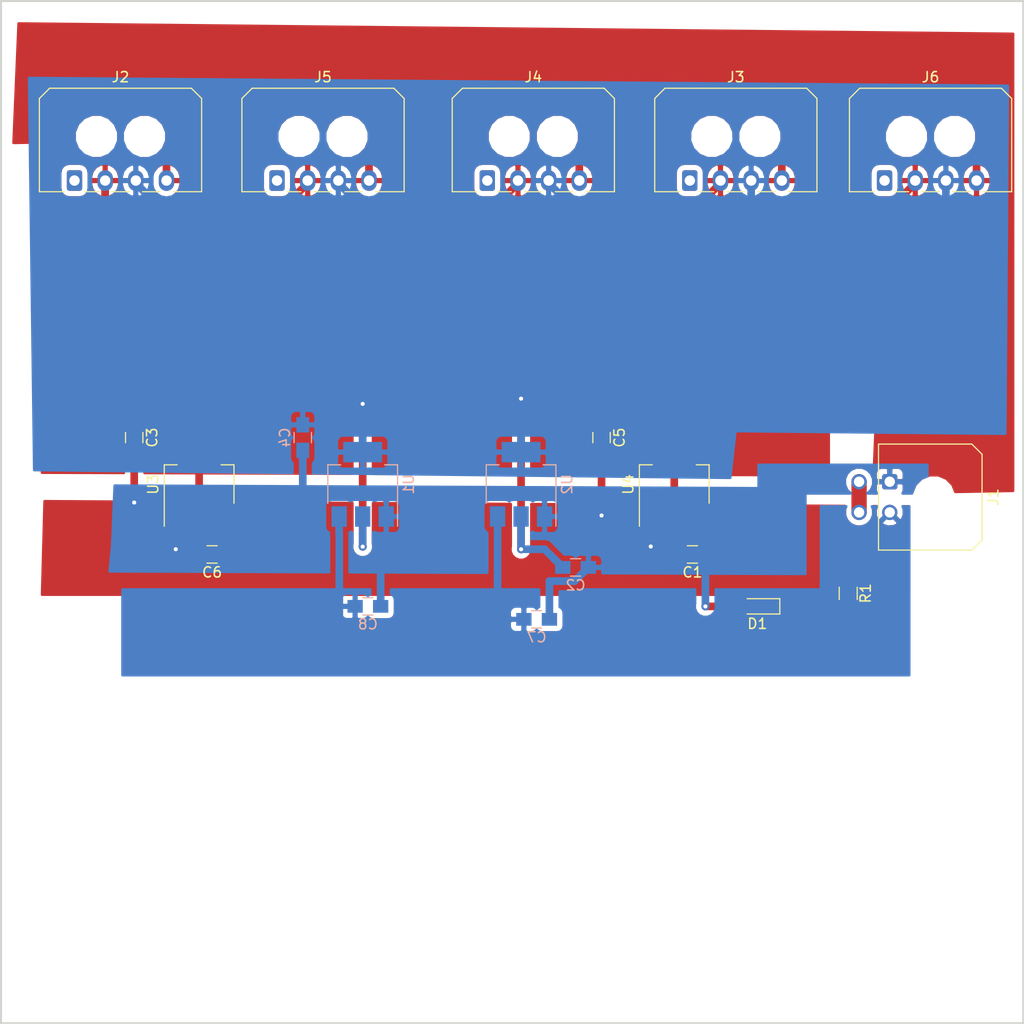
<source format=kicad_pcb>
(kicad_pcb (version 20171130) (host pcbnew "(5.0.1)-3")

  (general
    (thickness 1.6)
    (drawings 4)
    (tracks 91)
    (zones 0)
    (modules 20)
    (nets 7)
  )

  (page A4)
  (layers
    (0 F.Cu signal)
    (31 B.Cu signal)
    (32 B.Adhes user)
    (33 F.Adhes user)
    (34 B.Paste user)
    (35 F.Paste user)
    (36 B.SilkS user)
    (37 F.SilkS user)
    (38 B.Mask user)
    (39 F.Mask user)
    (40 Dwgs.User user)
    (41 Cmts.User user)
    (42 Eco1.User user)
    (43 Eco2.User user)
    (44 Edge.Cuts user)
    (45 Margin user)
    (46 B.CrtYd user)
    (47 F.CrtYd user)
    (48 B.Fab user)
    (49 F.Fab user)
  )

  (setup
    (last_trace_width 0.75)
    (trace_clearance 0.34)
    (zone_clearance 0.508)
    (zone_45_only no)
    (trace_min 0.2)
    (segment_width 0.2)
    (edge_width 0.15)
    (via_size 0.8)
    (via_drill 0.4)
    (via_min_size 0.4)
    (via_min_drill 0.3)
    (uvia_size 0.3)
    (uvia_drill 0.1)
    (uvias_allowed no)
    (uvia_min_size 0.2)
    (uvia_min_drill 0.1)
    (pcb_text_width 0.3)
    (pcb_text_size 1.5 1.5)
    (mod_edge_width 0.15)
    (mod_text_size 1 1)
    (mod_text_width 0.15)
    (pad_size 2 1.5)
    (pad_drill 0)
    (pad_to_mask_clearance 0.051)
    (solder_mask_min_width 0.25)
    (aux_axis_origin 0 0)
    (visible_elements 7FFFFFFF)
    (pcbplotparams
      (layerselection 0x010fc_ffffffff)
      (usegerberextensions false)
      (usegerberattributes false)
      (usegerberadvancedattributes false)
      (creategerberjobfile false)
      (excludeedgelayer true)
      (linewidth 0.100000)
      (plotframeref false)
      (viasonmask false)
      (mode 1)
      (useauxorigin false)
      (hpglpennumber 1)
      (hpglpenspeed 20)
      (hpglpendiameter 15.000000)
      (psnegative false)
      (psa4output false)
      (plotreference true)
      (plotvalue true)
      (plotinvisibletext false)
      (padsonsilk false)
      (subtractmaskfromsilk false)
      (outputformat 1)
      (mirror false)
      (drillshape 1)
      (scaleselection 1)
      (outputdirectory ""))
  )

  (net 0 "")
  (net 1 GND)
  (net 2 +BATT)
  (net 3 "Net-(J1-Pad3)")
  (net 4 +5V)
  (net 5 +3V3)
  (net 6 "Net-(D1-Pad1)")

  (net_class Default "This is the default net class."
    (clearance 0.34)
    (trace_width 0.75)
    (via_dia 0.8)
    (via_drill 0.4)
    (uvia_dia 0.3)
    (uvia_drill 0.1)
    (add_net +3V3)
    (add_net +5V)
    (add_net +BATT)
    (add_net GND)
    (add_net "Net-(D1-Pad1)")
    (add_net "Net-(J1-Pad3)")
  )

  (module Package_TO_SOT_SMD:SOT-223-3_TabPin2 (layer B.Cu) (tedit 5C2C45B6) (tstamp 5C2EC422)
    (at 150.876 97.282 90)
    (descr "module CMS SOT223 4 pins")
    (tags "CMS SOT")
    (path /5C2C2E98)
    (attr smd)
    (fp_text reference U2 (at 0 4.5 90) (layer B.SilkS)
      (effects (font (size 1 1) (thickness 0.15)) (justify mirror))
    )
    (fp_text value AZ1117-3.3 (at 0 -4.5 90) (layer B.Fab)
      (effects (font (size 1 1) (thickness 0.15)) (justify mirror))
    )
    (fp_text user %R (at 0 0 180) (layer B.Fab)
      (effects (font (size 0.8 0.8) (thickness 0.12)) (justify mirror))
    )
    (fp_line (start 1.91 -3.41) (end 1.91 -2.15) (layer B.SilkS) (width 0.12))
    (fp_line (start 1.91 3.41) (end 1.91 2.15) (layer B.SilkS) (width 0.12))
    (fp_line (start 4.4 3.6) (end -4.4 3.6) (layer B.CrtYd) (width 0.05))
    (fp_line (start 4.4 -3.6) (end 4.4 3.6) (layer B.CrtYd) (width 0.05))
    (fp_line (start -4.4 -3.6) (end 4.4 -3.6) (layer B.CrtYd) (width 0.05))
    (fp_line (start -4.4 3.6) (end -4.4 -3.6) (layer B.CrtYd) (width 0.05))
    (fp_line (start -1.85 2.35) (end -0.85 3.35) (layer B.Fab) (width 0.1))
    (fp_line (start -1.85 2.35) (end -1.85 -3.35) (layer B.Fab) (width 0.1))
    (fp_line (start -1.85 -3.41) (end 1.91 -3.41) (layer B.SilkS) (width 0.12))
    (fp_line (start -0.85 3.35) (end 1.85 3.35) (layer B.Fab) (width 0.1))
    (fp_line (start -4.1 3.41) (end 1.91 3.41) (layer B.SilkS) (width 0.12))
    (fp_line (start -1.85 -3.35) (end 1.85 -3.35) (layer B.Fab) (width 0.1))
    (fp_line (start 1.85 3.35) (end 1.85 -3.35) (layer B.Fab) (width 0.1))
    (pad 2 smd rect (at 3.15 0 90) (size 2 3.8) (layers B.Cu B.Paste B.Mask)
      (net 5 +3V3))
    (pad 2 smd rect (at -3.15 0 90) (size 2 1.5) (layers B.Cu B.Paste B.Mask)
      (net 5 +3V3))
    (pad 3 smd rect (at -3.15 -2.3 90) (size 2 1.5) (layers B.Cu B.Paste B.Mask)
      (net 2 +BATT))
    (pad 1 smd rect (at -3.15 2.3 90) (size 2 1.5) (layers B.Cu B.Paste B.Mask)
      (net 1 GND))
    (model ${KISYS3DMOD}/Package_TO_SOT_SMD.3dshapes/SOT-223.wrl
      (at (xyz 0 0 0))
      (scale (xyz 1 1 1))
      (rotate (xyz 0 0 0))
    )
  )

  (module Connector_Molex:Molex_Micro-Fit_3.0_43045-0400_2x02_P3.00mm_Horizontal (layer F.Cu) (tedit 5B799D96) (tstamp 5C2EC372)
    (at 186.944 97.028 270)
    (descr "Molex Micro-Fit 3.0 Connector System, 43045-0400 (compatible alternatives: 43045-0401, 43045-0402), 2 Pins per row (https://www.molex.com/pdm_docs/sd/430450200_sd.pdf), generated with kicad-footprint-generator")
    (tags "connector Molex Micro-Fit_3.0 top entry")
    (path /5C2C2CF3)
    (clearance 0.5)
    (fp_text reference J1 (at 1.5 -10.12 270) (layer F.SilkS)
      (effects (font (size 1 1) (thickness 0.15)))
    )
    (fp_text value Conn_02x02_Counter_Clockwise (at 1.5 5.7 270) (layer F.Fab)
      (effects (font (size 1 1) (thickness 0.15)))
    )
    (fp_line (start -3.575 0.99) (end -3.575 -7.92) (layer F.Fab) (width 0.1))
    (fp_line (start -3.575 -7.92) (end -2.575 -8.92) (layer F.Fab) (width 0.1))
    (fp_line (start -2.575 -8.92) (end 5.575 -8.92) (layer F.Fab) (width 0.1))
    (fp_line (start 5.575 -8.92) (end 6.575 -7.92) (layer F.Fab) (width 0.1))
    (fp_line (start 6.575 -7.92) (end 6.575 0.99) (layer F.Fab) (width 0.1))
    (fp_line (start 6.575 0.99) (end -3.575 0.99) (layer F.Fab) (width 0.1))
    (fp_line (start -0.75 0.99) (end 0 0) (layer F.Fab) (width 0.1))
    (fp_line (start 0 0) (end 0.75 0.99) (layer F.Fab) (width 0.1))
    (fp_line (start -3.685 1.1) (end -3.685 -8.03) (layer F.SilkS) (width 0.12))
    (fp_line (start -3.685 -8.03) (end -2.685 -9.03) (layer F.SilkS) (width 0.12))
    (fp_line (start -2.685 -9.03) (end 5.685 -9.03) (layer F.SilkS) (width 0.12))
    (fp_line (start 5.685 -9.03) (end 6.685 -8.03) (layer F.SilkS) (width 0.12))
    (fp_line (start 6.685 -8.03) (end 6.685 1.1) (layer F.SilkS) (width 0.12))
    (fp_line (start 6.685 1.1) (end -3.685 1.1) (layer F.SilkS) (width 0.12))
    (fp_line (start -4.08 1.49) (end -4.08 -9.42) (layer F.CrtYd) (width 0.05))
    (fp_line (start -4.08 -9.42) (end 7.08 -9.42) (layer F.CrtYd) (width 0.05))
    (fp_line (start 7.08 -9.42) (end 7.08 1.49) (layer F.CrtYd) (width 0.05))
    (fp_line (start 7.08 1.49) (end 4.25 1.49) (layer F.CrtYd) (width 0.05))
    (fp_line (start 4.25 1.49) (end 4.25 4.25) (layer F.CrtYd) (width 0.05))
    (fp_line (start 4.25 4.25) (end -1.25 4.25) (layer F.CrtYd) (width 0.05))
    (fp_line (start -1.25 4.25) (end -1.25 1.49) (layer F.CrtYd) (width 0.05))
    (fp_line (start -1.25 1.49) (end -4.08 1.49) (layer F.CrtYd) (width 0.05))
    (fp_text user %R (at 1.5 -8.22 270) (layer F.Fab)
      (effects (font (size 1 1) (thickness 0.15)))
    )
    (pad "" np_thru_hole circle (at 1.5 -4.32 270) (size 3 3) (drill 3) (layers *.Cu *.Mask))
    (pad 1 thru_hole roundrect (at 0 0 270) (size 1.5 1.5) (drill 1.02) (layers *.Cu *.Mask) (roundrect_rratio 0.166667)
      (net 1 GND))
    (pad 2 thru_hole circle (at 3 0 270) (size 1.5 1.5) (drill 1.02) (layers *.Cu *.Mask)
      (net 2 +BATT))
    (pad 3 thru_hole circle (at 0 3 270) (size 1.5 1.5) (drill 1.02) (layers *.Cu *.Mask)
      (net 3 "Net-(J1-Pad3)"))
    (pad 4 thru_hole circle (at 3 3 270) (size 1.5 1.5) (drill 1.02) (layers *.Cu *.Mask)
      (net 3 "Net-(J1-Pad3)"))
    (model ${KISYS3DMOD}/Connector_Molex.3dshapes/Molex_Micro-Fit_3.0_43045-0400_2x02_P3.00mm_Horizontal.wrl
      (at (xyz 0 0 0))
      (scale (xyz 1 1 1))
      (rotate (xyz 0 0 0))
    )
  )

  (module Connector_Molex:Molex_Micro-Fit_3.0_43650-0400_1x04_P3.00mm_Horizontal (layer F.Cu) (tedit 5B79A392) (tstamp 5C2EC393)
    (at 107.188 67.564)
    (descr "Molex Micro-Fit 3.0 Connector System, 43650-0400 (compatible alternatives: 43650-0401, 43650-0402), 4 Pins per row (https://www.molex.com/pdm_docs/sd/436500300_sd.pdf), generated with kicad-footprint-generator")
    (tags "connector Molex Micro-Fit_3.0 top entry")
    (path /5C2C564F)
    (clearance 0.5)
    (fp_text reference J2 (at 4.5 -10.12) (layer F.SilkS)
      (effects (font (size 1 1) (thickness 0.15)))
    )
    (fp_text value Conn_01x04_Female (at 4.5 3.22) (layer F.Fab)
      (effects (font (size 1 1) (thickness 0.15)))
    )
    (fp_line (start -3.325 0.98) (end -3.325 -7.92) (layer F.Fab) (width 0.1))
    (fp_line (start -3.325 -7.92) (end -2.325 -8.92) (layer F.Fab) (width 0.1))
    (fp_line (start -2.325 -8.92) (end 11.325 -8.92) (layer F.Fab) (width 0.1))
    (fp_line (start 11.325 -8.92) (end 12.325 -7.92) (layer F.Fab) (width 0.1))
    (fp_line (start 12.325 -7.92) (end 12.325 0.98) (layer F.Fab) (width 0.1))
    (fp_line (start 12.325 0.98) (end -3.325 0.98) (layer F.Fab) (width 0.1))
    (fp_line (start -0.75 0.98) (end 0 0) (layer F.Fab) (width 0.1))
    (fp_line (start 0 0) (end 0.75 0.98) (layer F.Fab) (width 0.1))
    (fp_line (start -3.435 1.09) (end -3.435 -8.03) (layer F.SilkS) (width 0.12))
    (fp_line (start -3.435 -8.03) (end -2.435 -9.03) (layer F.SilkS) (width 0.12))
    (fp_line (start -2.435 -9.03) (end 11.435 -9.03) (layer F.SilkS) (width 0.12))
    (fp_line (start 11.435 -9.03) (end 12.435 -8.03) (layer F.SilkS) (width 0.12))
    (fp_line (start 12.435 -8.03) (end 12.435 1.09) (layer F.SilkS) (width 0.12))
    (fp_line (start -3.435 1.09) (end -1.01 1.09) (layer F.SilkS) (width 0.12))
    (fp_line (start 12.435 1.09) (end 9.651767 1.09) (layer F.SilkS) (width 0.12))
    (fp_line (start 1.01 1.09) (end 2.348233 1.09) (layer F.SilkS) (width 0.12))
    (fp_line (start 3.651767 1.09) (end 5.348233 1.09) (layer F.SilkS) (width 0.12))
    (fp_line (start 6.651767 1.09) (end 8.348233 1.09) (layer F.SilkS) (width 0.12))
    (fp_line (start -3.82 1.48) (end -3.82 -9.42) (layer F.CrtYd) (width 0.05))
    (fp_line (start -3.82 -9.42) (end 12.82 -9.42) (layer F.CrtYd) (width 0.05))
    (fp_line (start 12.82 -9.42) (end 12.82 1.48) (layer F.CrtYd) (width 0.05))
    (fp_line (start 12.82 1.48) (end -3.82 1.48) (layer F.CrtYd) (width 0.05))
    (fp_text user %R (at 4.5 -8.22) (layer F.Fab)
      (effects (font (size 1 1) (thickness 0.15)))
    )
    (pad "" np_thru_hole circle (at 2.15 -4.32) (size 3 3) (drill 3) (layers *.Cu *.Mask))
    (pad "" np_thru_hole circle (at 6.85 -4.32) (size 3 3) (drill 3) (layers *.Cu *.Mask))
    (pad 1 thru_hole roundrect (at 0 0) (size 1.5 2.02) (drill 1.02) (layers *.Cu *.Mask) (roundrect_rratio 0.166667))
    (pad 2 thru_hole oval (at 3 0) (size 1.5 2.02) (drill 1.02) (layers *.Cu *.Mask)
      (net 4 +5V))
    (pad 3 thru_hole oval (at 6 0) (size 1.5 2.02) (drill 1.02) (layers *.Cu *.Mask)
      (net 5 +3V3))
    (pad 4 thru_hole oval (at 9 0) (size 1.5 2.02) (drill 1.02) (layers *.Cu *.Mask)
      (net 1 GND))
    (model ${KISYS3DMOD}/Connector_Molex.3dshapes/Molex_Micro-Fit_3.0_43650-0400_1x04_P3.00mm_Horizontal.wrl
      (at (xyz 0 0 0))
      (scale (xyz 1 1 1))
      (rotate (xyz 0 0 0))
    )
  )

  (module Connector_Molex:Molex_Micro-Fit_3.0_43650-0400_1x04_P3.00mm_Horizontal (layer F.Cu) (tedit 5B79A392) (tstamp 5C2EC3B4)
    (at 167.386 67.564)
    (descr "Molex Micro-Fit 3.0 Connector System, 43650-0400 (compatible alternatives: 43650-0401, 43650-0402), 4 Pins per row (https://www.molex.com/pdm_docs/sd/436500300_sd.pdf), generated with kicad-footprint-generator")
    (tags "connector Molex Micro-Fit_3.0 top entry")
    (path /5C2C7710)
    (clearance 0.5)
    (fp_text reference J3 (at 4.5 -10.12) (layer F.SilkS)
      (effects (font (size 1 1) (thickness 0.15)))
    )
    (fp_text value Conn_01x04_Female (at 4.5 3.22) (layer F.Fab)
      (effects (font (size 1 1) (thickness 0.15)))
    )
    (fp_text user %R (at 4.5 -8.22) (layer F.Fab)
      (effects (font (size 1 1) (thickness 0.15)))
    )
    (fp_line (start 12.82 1.48) (end -3.82 1.48) (layer F.CrtYd) (width 0.05))
    (fp_line (start 12.82 -9.42) (end 12.82 1.48) (layer F.CrtYd) (width 0.05))
    (fp_line (start -3.82 -9.42) (end 12.82 -9.42) (layer F.CrtYd) (width 0.05))
    (fp_line (start -3.82 1.48) (end -3.82 -9.42) (layer F.CrtYd) (width 0.05))
    (fp_line (start 6.651767 1.09) (end 8.348233 1.09) (layer F.SilkS) (width 0.12))
    (fp_line (start 3.651767 1.09) (end 5.348233 1.09) (layer F.SilkS) (width 0.12))
    (fp_line (start 1.01 1.09) (end 2.348233 1.09) (layer F.SilkS) (width 0.12))
    (fp_line (start 12.435 1.09) (end 9.651767 1.09) (layer F.SilkS) (width 0.12))
    (fp_line (start -3.435 1.09) (end -1.01 1.09) (layer F.SilkS) (width 0.12))
    (fp_line (start 12.435 -8.03) (end 12.435 1.09) (layer F.SilkS) (width 0.12))
    (fp_line (start 11.435 -9.03) (end 12.435 -8.03) (layer F.SilkS) (width 0.12))
    (fp_line (start -2.435 -9.03) (end 11.435 -9.03) (layer F.SilkS) (width 0.12))
    (fp_line (start -3.435 -8.03) (end -2.435 -9.03) (layer F.SilkS) (width 0.12))
    (fp_line (start -3.435 1.09) (end -3.435 -8.03) (layer F.SilkS) (width 0.12))
    (fp_line (start 0 0) (end 0.75 0.98) (layer F.Fab) (width 0.1))
    (fp_line (start -0.75 0.98) (end 0 0) (layer F.Fab) (width 0.1))
    (fp_line (start 12.325 0.98) (end -3.325 0.98) (layer F.Fab) (width 0.1))
    (fp_line (start 12.325 -7.92) (end 12.325 0.98) (layer F.Fab) (width 0.1))
    (fp_line (start 11.325 -8.92) (end 12.325 -7.92) (layer F.Fab) (width 0.1))
    (fp_line (start -2.325 -8.92) (end 11.325 -8.92) (layer F.Fab) (width 0.1))
    (fp_line (start -3.325 -7.92) (end -2.325 -8.92) (layer F.Fab) (width 0.1))
    (fp_line (start -3.325 0.98) (end -3.325 -7.92) (layer F.Fab) (width 0.1))
    (pad 4 thru_hole oval (at 9 0) (size 1.5 2.02) (drill 1.02) (layers *.Cu *.Mask)
      (net 1 GND))
    (pad 3 thru_hole oval (at 6 0) (size 1.5 2.02) (drill 1.02) (layers *.Cu *.Mask)
      (net 5 +3V3))
    (pad 2 thru_hole oval (at 3 0) (size 1.5 2.02) (drill 1.02) (layers *.Cu *.Mask)
      (net 4 +5V))
    (pad 1 thru_hole roundrect (at 0 0) (size 1.5 2.02) (drill 1.02) (layers *.Cu *.Mask) (roundrect_rratio 0.166667))
    (pad "" np_thru_hole circle (at 6.85 -4.32) (size 3 3) (drill 3) (layers *.Cu *.Mask))
    (pad "" np_thru_hole circle (at 2.15 -4.32) (size 3 3) (drill 3) (layers *.Cu *.Mask))
    (model ${KISYS3DMOD}/Connector_Molex.3dshapes/Molex_Micro-Fit_3.0_43650-0400_1x04_P3.00mm_Horizontal.wrl
      (at (xyz 0 0 0))
      (scale (xyz 1 1 1))
      (rotate (xyz 0 0 0))
    )
  )

  (module Connector_Molex:Molex_Micro-Fit_3.0_43650-0400_1x04_P3.00mm_Horizontal (layer F.Cu) (tedit 5B79A392) (tstamp 5C2EC3D5)
    (at 147.574 67.564)
    (descr "Molex Micro-Fit 3.0 Connector System, 43650-0400 (compatible alternatives: 43650-0401, 43650-0402), 4 Pins per row (https://www.molex.com/pdm_docs/sd/436500300_sd.pdf), generated with kicad-footprint-generator")
    (tags "connector Molex Micro-Fit_3.0 top entry")
    (path /5C2C7762)
    (clearance 0.5)
    (fp_text reference J4 (at 4.5 -10.12) (layer F.SilkS)
      (effects (font (size 1 1) (thickness 0.15)))
    )
    (fp_text value Conn_01x04_Female (at 4.5 3.22) (layer F.Fab)
      (effects (font (size 1 1) (thickness 0.15)))
    )
    (fp_line (start -3.325 0.98) (end -3.325 -7.92) (layer F.Fab) (width 0.1))
    (fp_line (start -3.325 -7.92) (end -2.325 -8.92) (layer F.Fab) (width 0.1))
    (fp_line (start -2.325 -8.92) (end 11.325 -8.92) (layer F.Fab) (width 0.1))
    (fp_line (start 11.325 -8.92) (end 12.325 -7.92) (layer F.Fab) (width 0.1))
    (fp_line (start 12.325 -7.92) (end 12.325 0.98) (layer F.Fab) (width 0.1))
    (fp_line (start 12.325 0.98) (end -3.325 0.98) (layer F.Fab) (width 0.1))
    (fp_line (start -0.75 0.98) (end 0 0) (layer F.Fab) (width 0.1))
    (fp_line (start 0 0) (end 0.75 0.98) (layer F.Fab) (width 0.1))
    (fp_line (start -3.435 1.09) (end -3.435 -8.03) (layer F.SilkS) (width 0.12))
    (fp_line (start -3.435 -8.03) (end -2.435 -9.03) (layer F.SilkS) (width 0.12))
    (fp_line (start -2.435 -9.03) (end 11.435 -9.03) (layer F.SilkS) (width 0.12))
    (fp_line (start 11.435 -9.03) (end 12.435 -8.03) (layer F.SilkS) (width 0.12))
    (fp_line (start 12.435 -8.03) (end 12.435 1.09) (layer F.SilkS) (width 0.12))
    (fp_line (start -3.435 1.09) (end -1.01 1.09) (layer F.SilkS) (width 0.12))
    (fp_line (start 12.435 1.09) (end 9.651767 1.09) (layer F.SilkS) (width 0.12))
    (fp_line (start 1.01 1.09) (end 2.348233 1.09) (layer F.SilkS) (width 0.12))
    (fp_line (start 3.651767 1.09) (end 5.348233 1.09) (layer F.SilkS) (width 0.12))
    (fp_line (start 6.651767 1.09) (end 8.348233 1.09) (layer F.SilkS) (width 0.12))
    (fp_line (start -3.82 1.48) (end -3.82 -9.42) (layer F.CrtYd) (width 0.05))
    (fp_line (start -3.82 -9.42) (end 12.82 -9.42) (layer F.CrtYd) (width 0.05))
    (fp_line (start 12.82 -9.42) (end 12.82 1.48) (layer F.CrtYd) (width 0.05))
    (fp_line (start 12.82 1.48) (end -3.82 1.48) (layer F.CrtYd) (width 0.05))
    (fp_text user %R (at 4.5 -8.22) (layer F.Fab)
      (effects (font (size 1 1) (thickness 0.15)))
    )
    (pad "" np_thru_hole circle (at 2.15 -4.32) (size 3 3) (drill 3) (layers *.Cu *.Mask))
    (pad "" np_thru_hole circle (at 6.85 -4.32) (size 3 3) (drill 3) (layers *.Cu *.Mask))
    (pad 1 thru_hole roundrect (at 0 0) (size 1.5 2.02) (drill 1.02) (layers *.Cu *.Mask) (roundrect_rratio 0.166667))
    (pad 2 thru_hole oval (at 3 0) (size 1.5 2.02) (drill 1.02) (layers *.Cu *.Mask)
      (net 4 +5V))
    (pad 3 thru_hole oval (at 6 0) (size 1.5 2.02) (drill 1.02) (layers *.Cu *.Mask)
      (net 5 +3V3))
    (pad 4 thru_hole oval (at 9 0) (size 1.5 2.02) (drill 1.02) (layers *.Cu *.Mask)
      (net 1 GND))
    (model ${KISYS3DMOD}/Connector_Molex.3dshapes/Molex_Micro-Fit_3.0_43650-0400_1x04_P3.00mm_Horizontal.wrl
      (at (xyz 0 0 0))
      (scale (xyz 1 1 1))
      (rotate (xyz 0 0 0))
    )
  )

  (module Connector_Molex:Molex_Micro-Fit_3.0_43650-0400_1x04_P3.00mm_Horizontal (layer F.Cu) (tedit 5B79A392) (tstamp 5C2EC3F6)
    (at 186.436 67.564)
    (descr "Molex Micro-Fit 3.0 Connector System, 43650-0400 (compatible alternatives: 43650-0401, 43650-0402), 4 Pins per row (https://www.molex.com/pdm_docs/sd/436500300_sd.pdf), generated with kicad-footprint-generator")
    (tags "connector Molex Micro-Fit_3.0 top entry")
    (path /5C2C7909)
    (clearance 0.5)
    (fp_text reference J6 (at 4.5 -10.12) (layer F.SilkS)
      (effects (font (size 1 1) (thickness 0.15)))
    )
    (fp_text value Conn_01x04_Female (at 4.5 3.22) (layer F.Fab)
      (effects (font (size 1 1) (thickness 0.15)))
    )
    (fp_text user %R (at 4.5 -8.22) (layer F.Fab)
      (effects (font (size 1 1) (thickness 0.15)))
    )
    (fp_line (start 12.82 1.48) (end -3.82 1.48) (layer F.CrtYd) (width 0.05))
    (fp_line (start 12.82 -9.42) (end 12.82 1.48) (layer F.CrtYd) (width 0.05))
    (fp_line (start -3.82 -9.42) (end 12.82 -9.42) (layer F.CrtYd) (width 0.05))
    (fp_line (start -3.82 1.48) (end -3.82 -9.42) (layer F.CrtYd) (width 0.05))
    (fp_line (start 6.651767 1.09) (end 8.348233 1.09) (layer F.SilkS) (width 0.12))
    (fp_line (start 3.651767 1.09) (end 5.348233 1.09) (layer F.SilkS) (width 0.12))
    (fp_line (start 1.01 1.09) (end 2.348233 1.09) (layer F.SilkS) (width 0.12))
    (fp_line (start 12.435 1.09) (end 9.651767 1.09) (layer F.SilkS) (width 0.12))
    (fp_line (start -3.435 1.09) (end -1.01 1.09) (layer F.SilkS) (width 0.12))
    (fp_line (start 12.435 -8.03) (end 12.435 1.09) (layer F.SilkS) (width 0.12))
    (fp_line (start 11.435 -9.03) (end 12.435 -8.03) (layer F.SilkS) (width 0.12))
    (fp_line (start -2.435 -9.03) (end 11.435 -9.03) (layer F.SilkS) (width 0.12))
    (fp_line (start -3.435 -8.03) (end -2.435 -9.03) (layer F.SilkS) (width 0.12))
    (fp_line (start -3.435 1.09) (end -3.435 -8.03) (layer F.SilkS) (width 0.12))
    (fp_line (start 0 0) (end 0.75 0.98) (layer F.Fab) (width 0.1))
    (fp_line (start -0.75 0.98) (end 0 0) (layer F.Fab) (width 0.1))
    (fp_line (start 12.325 0.98) (end -3.325 0.98) (layer F.Fab) (width 0.1))
    (fp_line (start 12.325 -7.92) (end 12.325 0.98) (layer F.Fab) (width 0.1))
    (fp_line (start 11.325 -8.92) (end 12.325 -7.92) (layer F.Fab) (width 0.1))
    (fp_line (start -2.325 -8.92) (end 11.325 -8.92) (layer F.Fab) (width 0.1))
    (fp_line (start -3.325 -7.92) (end -2.325 -8.92) (layer F.Fab) (width 0.1))
    (fp_line (start -3.325 0.98) (end -3.325 -7.92) (layer F.Fab) (width 0.1))
    (pad 4 thru_hole oval (at 9 0) (size 1.5 2.02) (drill 1.02) (layers *.Cu *.Mask)
      (net 1 GND))
    (pad 3 thru_hole oval (at 6 0) (size 1.5 2.02) (drill 1.02) (layers *.Cu *.Mask)
      (net 5 +3V3))
    (pad 2 thru_hole oval (at 3 0) (size 1.5 2.02) (drill 1.02) (layers *.Cu *.Mask)
      (net 4 +5V))
    (pad 1 thru_hole roundrect (at 0 0) (size 1.5 2.02) (drill 1.02) (layers *.Cu *.Mask) (roundrect_rratio 0.166667))
    (pad "" np_thru_hole circle (at 6.85 -4.32) (size 3 3) (drill 3) (layers *.Cu *.Mask))
    (pad "" np_thru_hole circle (at 2.15 -4.32) (size 3 3) (drill 3) (layers *.Cu *.Mask))
    (model ${KISYS3DMOD}/Connector_Molex.3dshapes/Molex_Micro-Fit_3.0_43650-0400_1x04_P3.00mm_Horizontal.wrl
      (at (xyz 0 0 0))
      (scale (xyz 1 1 1))
      (rotate (xyz 0 0 0))
    )
  )

  (module Package_TO_SOT_SMD:SOT-223-3_TabPin2 (layer B.Cu) (tedit 5A02FF57) (tstamp 5C2EC40C)
    (at 135.382 97.282 90)
    (descr "module CMS SOT223 4 pins")
    (tags "CMS SOT")
    (path /5C2C355D)
    (attr smd)
    (fp_text reference U1 (at 0 4.5 90) (layer B.SilkS)
      (effects (font (size 1 1) (thickness 0.15)) (justify mirror))
    )
    (fp_text value AZ1117-3.3 (at 0 -4.5 90) (layer B.Fab)
      (effects (font (size 1 1) (thickness 0.15)) (justify mirror))
    )
    (fp_line (start 1.85 3.35) (end 1.85 -3.35) (layer B.Fab) (width 0.1))
    (fp_line (start -1.85 -3.35) (end 1.85 -3.35) (layer B.Fab) (width 0.1))
    (fp_line (start -4.1 3.41) (end 1.91 3.41) (layer B.SilkS) (width 0.12))
    (fp_line (start -0.85 3.35) (end 1.85 3.35) (layer B.Fab) (width 0.1))
    (fp_line (start -1.85 -3.41) (end 1.91 -3.41) (layer B.SilkS) (width 0.12))
    (fp_line (start -1.85 2.35) (end -1.85 -3.35) (layer B.Fab) (width 0.1))
    (fp_line (start -1.85 2.35) (end -0.85 3.35) (layer B.Fab) (width 0.1))
    (fp_line (start -4.4 3.6) (end -4.4 -3.6) (layer B.CrtYd) (width 0.05))
    (fp_line (start -4.4 -3.6) (end 4.4 -3.6) (layer B.CrtYd) (width 0.05))
    (fp_line (start 4.4 -3.6) (end 4.4 3.6) (layer B.CrtYd) (width 0.05))
    (fp_line (start 4.4 3.6) (end -4.4 3.6) (layer B.CrtYd) (width 0.05))
    (fp_line (start 1.91 3.41) (end 1.91 2.15) (layer B.SilkS) (width 0.12))
    (fp_line (start 1.91 -3.41) (end 1.91 -2.15) (layer B.SilkS) (width 0.12))
    (fp_text user %R (at 0 0) (layer B.Fab)
      (effects (font (size 0.8 0.8) (thickness 0.12)) (justify mirror))
    )
    (pad 1 smd rect (at -3.15 2.3 90) (size 2 1.5) (layers B.Cu B.Paste B.Mask)
      (net 1 GND))
    (pad 3 smd rect (at -3.15 -2.3 90) (size 2 1.5) (layers B.Cu B.Paste B.Mask)
      (net 2 +BATT))
    (pad 2 smd rect (at -3.15 0 90) (size 2 1.5) (layers B.Cu B.Paste B.Mask)
      (net 5 +3V3))
    (pad 2 smd rect (at 3.15 0 90) (size 2 3.8) (layers B.Cu B.Paste B.Mask)
      (net 5 +3V3))
    (model ${KISYS3DMOD}/Package_TO_SOT_SMD.3dshapes/SOT-223.wrl
      (at (xyz 0 0 0))
      (scale (xyz 1 1 1))
      (rotate (xyz 0 0 0))
    )
  )

  (module Package_TO_SOT_SMD:SOT-223-3_TabPin2 (layer F.Cu) (tedit 5A02FF57) (tstamp 5C2EC438)
    (at 119.38 97.282 90)
    (descr "module CMS SOT223 4 pins")
    (tags "CMS SOT")
    (path /5C2C327A)
    (attr smd)
    (fp_text reference U3 (at 0 -4.5 90) (layer F.SilkS)
      (effects (font (size 1 1) (thickness 0.15)))
    )
    (fp_text value AZ1117-5.0 (at 0 4.5 90) (layer F.Fab)
      (effects (font (size 1 1) (thickness 0.15)))
    )
    (fp_line (start 1.85 -3.35) (end 1.85 3.35) (layer F.Fab) (width 0.1))
    (fp_line (start -1.85 3.35) (end 1.85 3.35) (layer F.Fab) (width 0.1))
    (fp_line (start -4.1 -3.41) (end 1.91 -3.41) (layer F.SilkS) (width 0.12))
    (fp_line (start -0.85 -3.35) (end 1.85 -3.35) (layer F.Fab) (width 0.1))
    (fp_line (start -1.85 3.41) (end 1.91 3.41) (layer F.SilkS) (width 0.12))
    (fp_line (start -1.85 -2.35) (end -1.85 3.35) (layer F.Fab) (width 0.1))
    (fp_line (start -1.85 -2.35) (end -0.85 -3.35) (layer F.Fab) (width 0.1))
    (fp_line (start -4.4 -3.6) (end -4.4 3.6) (layer F.CrtYd) (width 0.05))
    (fp_line (start -4.4 3.6) (end 4.4 3.6) (layer F.CrtYd) (width 0.05))
    (fp_line (start 4.4 3.6) (end 4.4 -3.6) (layer F.CrtYd) (width 0.05))
    (fp_line (start 4.4 -3.6) (end -4.4 -3.6) (layer F.CrtYd) (width 0.05))
    (fp_line (start 1.91 -3.41) (end 1.91 -2.15) (layer F.SilkS) (width 0.12))
    (fp_line (start 1.91 3.41) (end 1.91 2.15) (layer F.SilkS) (width 0.12))
    (fp_text user %R (at 0 0 180) (layer F.Fab)
      (effects (font (size 0.8 0.8) (thickness 0.12)))
    )
    (pad 1 smd rect (at -3.15 -2.3 90) (size 2 1.5) (layers F.Cu F.Paste F.Mask)
      (net 1 GND))
    (pad 3 smd rect (at -3.15 2.3 90) (size 2 1.5) (layers F.Cu F.Paste F.Mask)
      (net 2 +BATT))
    (pad 2 smd rect (at -3.15 0 90) (size 2 1.5) (layers F.Cu F.Paste F.Mask)
      (net 4 +5V))
    (pad 2 smd rect (at 3.15 0 90) (size 2 3.8) (layers F.Cu F.Paste F.Mask)
      (net 4 +5V))
    (model ${KISYS3DMOD}/Package_TO_SOT_SMD.3dshapes/SOT-223.wrl
      (at (xyz 0 0 0))
      (scale (xyz 1 1 1))
      (rotate (xyz 0 0 0))
    )
  )

  (module Package_TO_SOT_SMD:SOT-223-3_TabPin2 (layer F.Cu) (tedit 5A02FF57) (tstamp 5C2EC44E)
    (at 165.862 97.282 90)
    (descr "module CMS SOT223 4 pins")
    (tags "CMS SOT")
    (path /5C2C33BA)
    (attr smd)
    (fp_text reference U4 (at 0 -4.5 90) (layer F.SilkS)
      (effects (font (size 1 1) (thickness 0.15)))
    )
    (fp_text value AZ1117-5.0 (at 0 4.5 90) (layer F.Fab)
      (effects (font (size 1 1) (thickness 0.15)))
    )
    (fp_line (start 1.85 -3.35) (end 1.85 3.35) (layer F.Fab) (width 0.1))
    (fp_line (start -1.85 3.35) (end 1.85 3.35) (layer F.Fab) (width 0.1))
    (fp_line (start -4.1 -3.41) (end 1.91 -3.41) (layer F.SilkS) (width 0.12))
    (fp_line (start -0.85 -3.35) (end 1.85 -3.35) (layer F.Fab) (width 0.1))
    (fp_line (start -1.85 3.41) (end 1.91 3.41) (layer F.SilkS) (width 0.12))
    (fp_line (start -1.85 -2.35) (end -1.85 3.35) (layer F.Fab) (width 0.1))
    (fp_line (start -1.85 -2.35) (end -0.85 -3.35) (layer F.Fab) (width 0.1))
    (fp_line (start -4.4 -3.6) (end -4.4 3.6) (layer F.CrtYd) (width 0.05))
    (fp_line (start -4.4 3.6) (end 4.4 3.6) (layer F.CrtYd) (width 0.05))
    (fp_line (start 4.4 3.6) (end 4.4 -3.6) (layer F.CrtYd) (width 0.05))
    (fp_line (start 4.4 -3.6) (end -4.4 -3.6) (layer F.CrtYd) (width 0.05))
    (fp_line (start 1.91 -3.41) (end 1.91 -2.15) (layer F.SilkS) (width 0.12))
    (fp_line (start 1.91 3.41) (end 1.91 2.15) (layer F.SilkS) (width 0.12))
    (fp_text user %R (at 0 0 180) (layer F.Fab)
      (effects (font (size 0.8 0.8) (thickness 0.12)))
    )
    (pad 1 smd rect (at -3.15 -2.3 90) (size 2 1.5) (layers F.Cu F.Paste F.Mask)
      (net 1 GND))
    (pad 3 smd rect (at -3.15 2.3 90) (size 2 1.5) (layers F.Cu F.Paste F.Mask)
      (net 2 +BATT))
    (pad 2 smd rect (at -3.15 0 90) (size 2 1.5) (layers F.Cu F.Paste F.Mask)
      (net 4 +5V))
    (pad 2 smd rect (at 3.15 0 90) (size 2 3.8) (layers F.Cu F.Paste F.Mask)
      (net 4 +5V))
    (model ${KISYS3DMOD}/Package_TO_SOT_SMD.3dshapes/SOT-223.wrl
      (at (xyz 0 0 0))
      (scale (xyz 1 1 1))
      (rotate (xyz 0 0 0))
    )
  )

  (module Connector_Molex:Molex_Micro-Fit_3.0_43650-0400_1x04_P3.00mm_Horizontal (layer F.Cu) (tedit 5B79A392) (tstamp 5C2EC6B2)
    (at 127 67.564)
    (descr "Molex Micro-Fit 3.0 Connector System, 43650-0400 (compatible alternatives: 43650-0401, 43650-0402), 4 Pins per row (https://www.molex.com/pdm_docs/sd/436500300_sd.pdf), generated with kicad-footprint-generator")
    (tags "connector Molex Micro-Fit_3.0 top entry")
    (path /5C2C78B5)
    (clearance 0.5)
    (fp_text reference J5 (at 4.5 -10.12) (layer F.SilkS)
      (effects (font (size 1 1) (thickness 0.15)))
    )
    (fp_text value Conn_01x04_Female (at 4.5 3.22) (layer F.Fab)
      (effects (font (size 1 1) (thickness 0.15)))
    )
    (fp_line (start -3.325 0.98) (end -3.325 -7.92) (layer F.Fab) (width 0.1))
    (fp_line (start -3.325 -7.92) (end -2.325 -8.92) (layer F.Fab) (width 0.1))
    (fp_line (start -2.325 -8.92) (end 11.325 -8.92) (layer F.Fab) (width 0.1))
    (fp_line (start 11.325 -8.92) (end 12.325 -7.92) (layer F.Fab) (width 0.1))
    (fp_line (start 12.325 -7.92) (end 12.325 0.98) (layer F.Fab) (width 0.1))
    (fp_line (start 12.325 0.98) (end -3.325 0.98) (layer F.Fab) (width 0.1))
    (fp_line (start -0.75 0.98) (end 0 0) (layer F.Fab) (width 0.1))
    (fp_line (start 0 0) (end 0.75 0.98) (layer F.Fab) (width 0.1))
    (fp_line (start -3.435 1.09) (end -3.435 -8.03) (layer F.SilkS) (width 0.12))
    (fp_line (start -3.435 -8.03) (end -2.435 -9.03) (layer F.SilkS) (width 0.12))
    (fp_line (start -2.435 -9.03) (end 11.435 -9.03) (layer F.SilkS) (width 0.12))
    (fp_line (start 11.435 -9.03) (end 12.435 -8.03) (layer F.SilkS) (width 0.12))
    (fp_line (start 12.435 -8.03) (end 12.435 1.09) (layer F.SilkS) (width 0.12))
    (fp_line (start -3.435 1.09) (end -1.01 1.09) (layer F.SilkS) (width 0.12))
    (fp_line (start 12.435 1.09) (end 9.651767 1.09) (layer F.SilkS) (width 0.12))
    (fp_line (start 1.01 1.09) (end 2.348233 1.09) (layer F.SilkS) (width 0.12))
    (fp_line (start 3.651767 1.09) (end 5.348233 1.09) (layer F.SilkS) (width 0.12))
    (fp_line (start 6.651767 1.09) (end 8.348233 1.09) (layer F.SilkS) (width 0.12))
    (fp_line (start -3.82 1.48) (end -3.82 -9.42) (layer F.CrtYd) (width 0.05))
    (fp_line (start -3.82 -9.42) (end 12.82 -9.42) (layer F.CrtYd) (width 0.05))
    (fp_line (start 12.82 -9.42) (end 12.82 1.48) (layer F.CrtYd) (width 0.05))
    (fp_line (start 12.82 1.48) (end -3.82 1.48) (layer F.CrtYd) (width 0.05))
    (fp_text user %R (at 4.5 -8.22) (layer F.Fab)
      (effects (font (size 1 1) (thickness 0.15)))
    )
    (pad "" np_thru_hole circle (at 2.15 -4.32) (size 3 3) (drill 3) (layers *.Cu *.Mask))
    (pad "" np_thru_hole circle (at 6.85 -4.32) (size 3 3) (drill 3) (layers *.Cu *.Mask))
    (pad 1 thru_hole roundrect (at 0 0) (size 1.5 2.02) (drill 1.02) (layers *.Cu *.Mask) (roundrect_rratio 0.166667))
    (pad 2 thru_hole oval (at 3 0) (size 1.5 2.02) (drill 1.02) (layers *.Cu *.Mask)
      (net 4 +5V))
    (pad 3 thru_hole oval (at 6 0) (size 1.5 2.02) (drill 1.02) (layers *.Cu *.Mask)
      (net 5 +3V3))
    (pad 4 thru_hole oval (at 9 0) (size 1.5 2.02) (drill 1.02) (layers *.Cu *.Mask)
      (net 1 GND))
    (model ${KISYS3DMOD}/Connector_Molex.3dshapes/Molex_Micro-Fit_3.0_43650-0400_1x04_P3.00mm_Horizontal.wrl
      (at (xyz 0 0 0))
      (scale (xyz 1 1 1))
      (rotate (xyz 0 0 0))
    )
  )

  (module Capacitors_SMD:C_0805_HandSoldering (layer F.Cu) (tedit 58AA84A8) (tstamp 5C2C53B0)
    (at 167.64 104.14 180)
    (descr "Capacitor SMD 0805, hand soldering")
    (tags "capacitor 0805")
    (path /5C2C55BF)
    (attr smd)
    (fp_text reference C1 (at 0 -1.75 180) (layer F.SilkS)
      (effects (font (size 1 1) (thickness 0.15)))
    )
    (fp_text value CAP (at 0 1.75 180) (layer F.Fab)
      (effects (font (size 1 1) (thickness 0.15)))
    )
    (fp_line (start 2.25 0.87) (end -2.25 0.87) (layer F.CrtYd) (width 0.05))
    (fp_line (start 2.25 0.87) (end 2.25 -0.88) (layer F.CrtYd) (width 0.05))
    (fp_line (start -2.25 -0.88) (end -2.25 0.87) (layer F.CrtYd) (width 0.05))
    (fp_line (start -2.25 -0.88) (end 2.25 -0.88) (layer F.CrtYd) (width 0.05))
    (fp_line (start -0.5 0.85) (end 0.5 0.85) (layer F.SilkS) (width 0.12))
    (fp_line (start 0.5 -0.85) (end -0.5 -0.85) (layer F.SilkS) (width 0.12))
    (fp_line (start -1 -0.62) (end 1 -0.62) (layer F.Fab) (width 0.1))
    (fp_line (start 1 -0.62) (end 1 0.62) (layer F.Fab) (width 0.1))
    (fp_line (start 1 0.62) (end -1 0.62) (layer F.Fab) (width 0.1))
    (fp_line (start -1 0.62) (end -1 -0.62) (layer F.Fab) (width 0.1))
    (fp_text user %R (at 0 -1.75 180) (layer F.Fab)
      (effects (font (size 1 1) (thickness 0.15)))
    )
    (pad 2 smd rect (at 1.25 0 180) (size 1.5 1.25) (layers F.Cu F.Paste F.Mask)
      (net 1 GND))
    (pad 1 smd rect (at -1.25 0 180) (size 1.5 1.25) (layers F.Cu F.Paste F.Mask)
      (net 2 +BATT))
    (model Capacitors_SMD.3dshapes/C_0805.wrl
      (at (xyz 0 0 0))
      (scale (xyz 1 1 1))
      (rotate (xyz 0 0 0))
    )
  )

  (module Capacitors_SMD:C_0805_HandSoldering (layer B.Cu) (tedit 58AA84A8) (tstamp 5C2C53C1)
    (at 156.21 105.41)
    (descr "Capacitor SMD 0805, hand soldering")
    (tags "capacitor 0805")
    (path /5C2C59AB)
    (attr smd)
    (fp_text reference C2 (at 0 1.75) (layer B.SilkS)
      (effects (font (size 1 1) (thickness 0.15)) (justify mirror))
    )
    (fp_text value CAP (at 0 -1.75) (layer B.Fab)
      (effects (font (size 1 1) (thickness 0.15)) (justify mirror))
    )
    (fp_text user %R (at 0 1.75) (layer B.Fab)
      (effects (font (size 1 1) (thickness 0.15)) (justify mirror))
    )
    (fp_line (start -1 -0.62) (end -1 0.62) (layer B.Fab) (width 0.1))
    (fp_line (start 1 -0.62) (end -1 -0.62) (layer B.Fab) (width 0.1))
    (fp_line (start 1 0.62) (end 1 -0.62) (layer B.Fab) (width 0.1))
    (fp_line (start -1 0.62) (end 1 0.62) (layer B.Fab) (width 0.1))
    (fp_line (start 0.5 0.85) (end -0.5 0.85) (layer B.SilkS) (width 0.12))
    (fp_line (start -0.5 -0.85) (end 0.5 -0.85) (layer B.SilkS) (width 0.12))
    (fp_line (start -2.25 0.88) (end 2.25 0.88) (layer B.CrtYd) (width 0.05))
    (fp_line (start -2.25 0.88) (end -2.25 -0.87) (layer B.CrtYd) (width 0.05))
    (fp_line (start 2.25 -0.87) (end 2.25 0.88) (layer B.CrtYd) (width 0.05))
    (fp_line (start 2.25 -0.87) (end -2.25 -0.87) (layer B.CrtYd) (width 0.05))
    (pad 1 smd rect (at -1.25 0) (size 1.5 1.25) (layers B.Cu B.Paste B.Mask)
      (net 5 +3V3))
    (pad 2 smd rect (at 1.25 0) (size 1.5 1.25) (layers B.Cu B.Paste B.Mask)
      (net 1 GND))
    (model Capacitors_SMD.3dshapes/C_0805.wrl
      (at (xyz 0 0 0))
      (scale (xyz 1 1 1))
      (rotate (xyz 0 0 0))
    )
  )

  (module Capacitors_SMD:C_0805_HandSoldering (layer F.Cu) (tedit 58AA84A8) (tstamp 5C2C53D2)
    (at 113.03 92.71 270)
    (descr "Capacitor SMD 0805, hand soldering")
    (tags "capacitor 0805")
    (path /5C2C59ED)
    (attr smd)
    (fp_text reference C3 (at 0 -1.75 270) (layer F.SilkS)
      (effects (font (size 1 1) (thickness 0.15)))
    )
    (fp_text value CAP (at 0 1.75 270) (layer F.Fab)
      (effects (font (size 1 1) (thickness 0.15)))
    )
    (fp_line (start 2.25 0.87) (end -2.25 0.87) (layer F.CrtYd) (width 0.05))
    (fp_line (start 2.25 0.87) (end 2.25 -0.88) (layer F.CrtYd) (width 0.05))
    (fp_line (start -2.25 -0.88) (end -2.25 0.87) (layer F.CrtYd) (width 0.05))
    (fp_line (start -2.25 -0.88) (end 2.25 -0.88) (layer F.CrtYd) (width 0.05))
    (fp_line (start -0.5 0.85) (end 0.5 0.85) (layer F.SilkS) (width 0.12))
    (fp_line (start 0.5 -0.85) (end -0.5 -0.85) (layer F.SilkS) (width 0.12))
    (fp_line (start -1 -0.62) (end 1 -0.62) (layer F.Fab) (width 0.1))
    (fp_line (start 1 -0.62) (end 1 0.62) (layer F.Fab) (width 0.1))
    (fp_line (start 1 0.62) (end -1 0.62) (layer F.Fab) (width 0.1))
    (fp_line (start -1 0.62) (end -1 -0.62) (layer F.Fab) (width 0.1))
    (fp_text user %R (at 0 -1.75 270) (layer F.Fab)
      (effects (font (size 1 1) (thickness 0.15)))
    )
    (pad 2 smd rect (at 1.25 0 270) (size 1.5 1.25) (layers F.Cu F.Paste F.Mask)
      (net 1 GND))
    (pad 1 smd rect (at -1.25 0 270) (size 1.5 1.25) (layers F.Cu F.Paste F.Mask)
      (net 4 +5V))
    (model Capacitors_SMD.3dshapes/C_0805.wrl
      (at (xyz 0 0 0))
      (scale (xyz 1 1 1))
      (rotate (xyz 0 0 0))
    )
  )

  (module LEDs:LED_0805_HandSoldering (layer F.Cu) (tedit 595FCA25) (tstamp 5C2C53E7)
    (at 173.99 109.22 180)
    (descr "Resistor SMD 0805, hand soldering")
    (tags "resistor 0805")
    (path /5C2C5D15)
    (attr smd)
    (fp_text reference D1 (at 0 -1.7 180) (layer F.SilkS)
      (effects (font (size 1 1) (thickness 0.15)))
    )
    (fp_text value LED (at 0 1.75 180) (layer F.Fab)
      (effects (font (size 1 1) (thickness 0.15)))
    )
    (fp_line (start -2.2 -0.75) (end -2.2 0.75) (layer F.SilkS) (width 0.12))
    (fp_line (start 2.35 0.9) (end -2.35 0.9) (layer F.CrtYd) (width 0.05))
    (fp_line (start 2.35 0.9) (end 2.35 -0.9) (layer F.CrtYd) (width 0.05))
    (fp_line (start -2.35 -0.9) (end -2.35 0.9) (layer F.CrtYd) (width 0.05))
    (fp_line (start -2.35 -0.9) (end 2.35 -0.9) (layer F.CrtYd) (width 0.05))
    (fp_line (start -2.2 -0.75) (end 1 -0.75) (layer F.SilkS) (width 0.12))
    (fp_line (start 1 0.75) (end -2.2 0.75) (layer F.SilkS) (width 0.12))
    (fp_line (start -1 -0.62) (end 1 -0.62) (layer F.Fab) (width 0.1))
    (fp_line (start 1 -0.62) (end 1 0.62) (layer F.Fab) (width 0.1))
    (fp_line (start 1 0.62) (end -1 0.62) (layer F.Fab) (width 0.1))
    (fp_line (start -1 0.62) (end -1 -0.62) (layer F.Fab) (width 0.1))
    (fp_line (start 0.2 -0.4) (end 0.2 0.4) (layer F.Fab) (width 0.1))
    (fp_line (start 0.2 0.4) (end -0.4 0) (layer F.Fab) (width 0.1))
    (fp_line (start -0.4 0) (end 0.2 -0.4) (layer F.Fab) (width 0.1))
    (fp_line (start -0.4 -0.4) (end -0.4 0.4) (layer F.Fab) (width 0.1))
    (pad 2 smd rect (at 1.35 0 180) (size 1.5 1.3) (layers F.Cu F.Paste F.Mask)
      (net 1 GND))
    (pad 1 smd rect (at -1.35 0 180) (size 1.5 1.3) (layers F.Cu F.Paste F.Mask)
      (net 6 "Net-(D1-Pad1)"))
    (model ${KISYS3DMOD}/LEDs.3dshapes/LED_0805.wrl
      (at (xyz 0 0 0))
      (scale (xyz 1 1 1))
      (rotate (xyz 0 0 0))
    )
  )

  (module Resistors_SMD:R_0805_HandSoldering (layer F.Cu) (tedit 58E0A804) (tstamp 5C2C53F8)
    (at 182.88 107.95 270)
    (descr "Resistor SMD 0805, hand soldering")
    (tags "resistor 0805")
    (path /5C2C5C9F)
    (attr smd)
    (fp_text reference R1 (at 0 -1.7 270) (layer F.SilkS)
      (effects (font (size 1 1) (thickness 0.15)))
    )
    (fp_text value R (at 0 1.75 270) (layer F.Fab)
      (effects (font (size 1 1) (thickness 0.15)))
    )
    (fp_line (start 2.35 0.9) (end -2.35 0.9) (layer F.CrtYd) (width 0.05))
    (fp_line (start 2.35 0.9) (end 2.35 -0.9) (layer F.CrtYd) (width 0.05))
    (fp_line (start -2.35 -0.9) (end -2.35 0.9) (layer F.CrtYd) (width 0.05))
    (fp_line (start -2.35 -0.9) (end 2.35 -0.9) (layer F.CrtYd) (width 0.05))
    (fp_line (start -0.6 -0.88) (end 0.6 -0.88) (layer F.SilkS) (width 0.12))
    (fp_line (start 0.6 0.88) (end -0.6 0.88) (layer F.SilkS) (width 0.12))
    (fp_line (start -1 -0.62) (end 1 -0.62) (layer F.Fab) (width 0.1))
    (fp_line (start 1 -0.62) (end 1 0.62) (layer F.Fab) (width 0.1))
    (fp_line (start 1 0.62) (end -1 0.62) (layer F.Fab) (width 0.1))
    (fp_line (start -1 0.62) (end -1 -0.62) (layer F.Fab) (width 0.1))
    (fp_text user %R (at 0 0 270) (layer F.Fab)
      (effects (font (size 0.5 0.5) (thickness 0.075)))
    )
    (pad 2 smd rect (at 1.35 0 270) (size 1.5 1.3) (layers F.Cu F.Paste F.Mask)
      (net 6 "Net-(D1-Pad1)"))
    (pad 1 smd rect (at -1.35 0 270) (size 1.5 1.3) (layers F.Cu F.Paste F.Mask)
      (net 2 +BATT))
    (model ${KISYS3DMOD}/Resistors_SMD.3dshapes/R_0805.wrl
      (at (xyz 0 0 0))
      (scale (xyz 1 1 1))
      (rotate (xyz 0 0 0))
    )
  )

  (module Capacitors_SMD:C_0805_HandSoldering (layer B.Cu) (tedit 58AA84A8) (tstamp 5C3512F5)
    (at 129.52 92.71 270)
    (descr "Capacitor SMD 0805, hand soldering")
    (tags "capacitor 0805")
    (path /5C351443)
    (attr smd)
    (fp_text reference C4 (at 0 1.75 270) (layer B.SilkS)
      (effects (font (size 1 1) (thickness 0.15)) (justify mirror))
    )
    (fp_text value CAP (at 0 -1.75 270) (layer B.Fab)
      (effects (font (size 1 1) (thickness 0.15)) (justify mirror))
    )
    (fp_line (start 2.25 -0.87) (end -2.25 -0.87) (layer B.CrtYd) (width 0.05))
    (fp_line (start 2.25 -0.87) (end 2.25 0.88) (layer B.CrtYd) (width 0.05))
    (fp_line (start -2.25 0.88) (end -2.25 -0.87) (layer B.CrtYd) (width 0.05))
    (fp_line (start -2.25 0.88) (end 2.25 0.88) (layer B.CrtYd) (width 0.05))
    (fp_line (start -0.5 -0.85) (end 0.5 -0.85) (layer B.SilkS) (width 0.12))
    (fp_line (start 0.5 0.85) (end -0.5 0.85) (layer B.SilkS) (width 0.12))
    (fp_line (start -1 0.62) (end 1 0.62) (layer B.Fab) (width 0.1))
    (fp_line (start 1 0.62) (end 1 -0.62) (layer B.Fab) (width 0.1))
    (fp_line (start 1 -0.62) (end -1 -0.62) (layer B.Fab) (width 0.1))
    (fp_line (start -1 -0.62) (end -1 0.62) (layer B.Fab) (width 0.1))
    (fp_text user %R (at 0 1.75 270) (layer B.Fab)
      (effects (font (size 1 1) (thickness 0.15)) (justify mirror))
    )
    (pad 2 smd rect (at 1.25 0 270) (size 1.5 1.25) (layers B.Cu B.Paste B.Mask)
      (net 1 GND))
    (pad 1 smd rect (at -1.25 0 270) (size 1.5 1.25) (layers B.Cu B.Paste B.Mask)
      (net 5 +3V3))
    (model Capacitors_SMD.3dshapes/C_0805.wrl
      (at (xyz 0 0 0))
      (scale (xyz 1 1 1))
      (rotate (xyz 0 0 0))
    )
  )

  (module Capacitors_SMD:C_0805_HandSoldering (layer F.Cu) (tedit 58AA84A8) (tstamp 5C351306)
    (at 158.75 92.71 270)
    (descr "Capacitor SMD 0805, hand soldering")
    (tags "capacitor 0805")
    (path /5C35144A)
    (attr smd)
    (fp_text reference C5 (at 0 -1.75 270) (layer F.SilkS)
      (effects (font (size 1 1) (thickness 0.15)))
    )
    (fp_text value CAP (at 0 1.75 270) (layer F.Fab)
      (effects (font (size 1 1) (thickness 0.15)))
    )
    (fp_text user %R (at 0 -1.75 270) (layer F.Fab)
      (effects (font (size 1 1) (thickness 0.15)))
    )
    (fp_line (start -1 0.62) (end -1 -0.62) (layer F.Fab) (width 0.1))
    (fp_line (start 1 0.62) (end -1 0.62) (layer F.Fab) (width 0.1))
    (fp_line (start 1 -0.62) (end 1 0.62) (layer F.Fab) (width 0.1))
    (fp_line (start -1 -0.62) (end 1 -0.62) (layer F.Fab) (width 0.1))
    (fp_line (start 0.5 -0.85) (end -0.5 -0.85) (layer F.SilkS) (width 0.12))
    (fp_line (start -0.5 0.85) (end 0.5 0.85) (layer F.SilkS) (width 0.12))
    (fp_line (start -2.25 -0.88) (end 2.25 -0.88) (layer F.CrtYd) (width 0.05))
    (fp_line (start -2.25 -0.88) (end -2.25 0.87) (layer F.CrtYd) (width 0.05))
    (fp_line (start 2.25 0.87) (end 2.25 -0.88) (layer F.CrtYd) (width 0.05))
    (fp_line (start 2.25 0.87) (end -2.25 0.87) (layer F.CrtYd) (width 0.05))
    (pad 1 smd rect (at -1.25 0 270) (size 1.5 1.25) (layers F.Cu F.Paste F.Mask)
      (net 4 +5V))
    (pad 2 smd rect (at 1.25 0 270) (size 1.5 1.25) (layers F.Cu F.Paste F.Mask)
      (net 1 GND))
    (model Capacitors_SMD.3dshapes/C_0805.wrl
      (at (xyz 0 0 0))
      (scale (xyz 1 1 1))
      (rotate (xyz 0 0 0))
    )
  )

  (module Capacitors_SMD:C_0805_HandSoldering (layer F.Cu) (tedit 58AA84A8) (tstamp 5C351541)
    (at 120.65 104.14 180)
    (descr "Capacitor SMD 0805, hand soldering")
    (tags "capacitor 0805")
    (path /5C35177B)
    (attr smd)
    (fp_text reference C6 (at 0 -1.75 180) (layer F.SilkS)
      (effects (font (size 1 1) (thickness 0.15)))
    )
    (fp_text value CAP (at 0 1.75 180) (layer F.Fab)
      (effects (font (size 1 1) (thickness 0.15)))
    )
    (fp_line (start 2.25 0.87) (end -2.25 0.87) (layer F.CrtYd) (width 0.05))
    (fp_line (start 2.25 0.87) (end 2.25 -0.88) (layer F.CrtYd) (width 0.05))
    (fp_line (start -2.25 -0.88) (end -2.25 0.87) (layer F.CrtYd) (width 0.05))
    (fp_line (start -2.25 -0.88) (end 2.25 -0.88) (layer F.CrtYd) (width 0.05))
    (fp_line (start -0.5 0.85) (end 0.5 0.85) (layer F.SilkS) (width 0.12))
    (fp_line (start 0.5 -0.85) (end -0.5 -0.85) (layer F.SilkS) (width 0.12))
    (fp_line (start -1 -0.62) (end 1 -0.62) (layer F.Fab) (width 0.1))
    (fp_line (start 1 -0.62) (end 1 0.62) (layer F.Fab) (width 0.1))
    (fp_line (start 1 0.62) (end -1 0.62) (layer F.Fab) (width 0.1))
    (fp_line (start -1 0.62) (end -1 -0.62) (layer F.Fab) (width 0.1))
    (fp_text user %R (at 0 -1.75 180) (layer F.Fab)
      (effects (font (size 1 1) (thickness 0.15)))
    )
    (pad 2 smd rect (at 1.25 0 180) (size 1.5 1.25) (layers F.Cu F.Paste F.Mask)
      (net 1 GND))
    (pad 1 smd rect (at -1.25 0 180) (size 1.5 1.25) (layers F.Cu F.Paste F.Mask)
      (net 2 +BATT))
    (model Capacitors_SMD.3dshapes/C_0805.wrl
      (at (xyz 0 0 0))
      (scale (xyz 1 1 1))
      (rotate (xyz 0 0 0))
    )
  )

  (module Capacitors_SMD:C_0805_HandSoldering (layer B.Cu) (tedit 58AA84A8) (tstamp 5C351552)
    (at 152.4 110.49)
    (descr "Capacitor SMD 0805, hand soldering")
    (tags "capacitor 0805")
    (path /5C3517BC)
    (attr smd)
    (fp_text reference C7 (at 0 1.75) (layer B.SilkS)
      (effects (font (size 1 1) (thickness 0.15)) (justify mirror))
    )
    (fp_text value CAP (at 0 -1.75) (layer B.Fab)
      (effects (font (size 1 1) (thickness 0.15)) (justify mirror))
    )
    (fp_text user %R (at 0 1.75) (layer B.Fab)
      (effects (font (size 1 1) (thickness 0.15)) (justify mirror))
    )
    (fp_line (start -1 -0.62) (end -1 0.62) (layer B.Fab) (width 0.1))
    (fp_line (start 1 -0.62) (end -1 -0.62) (layer B.Fab) (width 0.1))
    (fp_line (start 1 0.62) (end 1 -0.62) (layer B.Fab) (width 0.1))
    (fp_line (start -1 0.62) (end 1 0.62) (layer B.Fab) (width 0.1))
    (fp_line (start 0.5 0.85) (end -0.5 0.85) (layer B.SilkS) (width 0.12))
    (fp_line (start -0.5 -0.85) (end 0.5 -0.85) (layer B.SilkS) (width 0.12))
    (fp_line (start -2.25 0.88) (end 2.25 0.88) (layer B.CrtYd) (width 0.05))
    (fp_line (start -2.25 0.88) (end -2.25 -0.87) (layer B.CrtYd) (width 0.05))
    (fp_line (start 2.25 -0.87) (end 2.25 0.88) (layer B.CrtYd) (width 0.05))
    (fp_line (start 2.25 -0.87) (end -2.25 -0.87) (layer B.CrtYd) (width 0.05))
    (pad 1 smd rect (at -1.25 0) (size 1.5 1.25) (layers B.Cu B.Paste B.Mask)
      (net 2 +BATT))
    (pad 2 smd rect (at 1.25 0) (size 1.5 1.25) (layers B.Cu B.Paste B.Mask)
      (net 1 GND))
    (model Capacitors_SMD.3dshapes/C_0805.wrl
      (at (xyz 0 0 0))
      (scale (xyz 1 1 1))
      (rotate (xyz 0 0 0))
    )
  )

  (module Capacitors_SMD:C_0805_HandSoldering (layer B.Cu) (tedit 58AA84A8) (tstamp 5C351563)
    (at 135.89 109.22)
    (descr "Capacitor SMD 0805, hand soldering")
    (tags "capacitor 0805")
    (path /5C3517F8)
    (attr smd)
    (fp_text reference C8 (at 0 1.75) (layer B.SilkS)
      (effects (font (size 1 1) (thickness 0.15)) (justify mirror))
    )
    (fp_text value CAP (at 0 -1.75) (layer B.Fab)
      (effects (font (size 1 1) (thickness 0.15)) (justify mirror))
    )
    (fp_line (start 2.25 -0.87) (end -2.25 -0.87) (layer B.CrtYd) (width 0.05))
    (fp_line (start 2.25 -0.87) (end 2.25 0.88) (layer B.CrtYd) (width 0.05))
    (fp_line (start -2.25 0.88) (end -2.25 -0.87) (layer B.CrtYd) (width 0.05))
    (fp_line (start -2.25 0.88) (end 2.25 0.88) (layer B.CrtYd) (width 0.05))
    (fp_line (start -0.5 -0.85) (end 0.5 -0.85) (layer B.SilkS) (width 0.12))
    (fp_line (start 0.5 0.85) (end -0.5 0.85) (layer B.SilkS) (width 0.12))
    (fp_line (start -1 0.62) (end 1 0.62) (layer B.Fab) (width 0.1))
    (fp_line (start 1 0.62) (end 1 -0.62) (layer B.Fab) (width 0.1))
    (fp_line (start 1 -0.62) (end -1 -0.62) (layer B.Fab) (width 0.1))
    (fp_line (start -1 -0.62) (end -1 0.62) (layer B.Fab) (width 0.1))
    (fp_text user %R (at 0 1.75) (layer B.Fab)
      (effects (font (size 1 1) (thickness 0.15)) (justify mirror))
    )
    (pad 2 smd rect (at 1.25 0) (size 1.5 1.25) (layers B.Cu B.Paste B.Mask)
      (net 1 GND))
    (pad 1 smd rect (at -1.25 0) (size 1.5 1.25) (layers B.Cu B.Paste B.Mask)
      (net 2 +BATT))
    (model Capacitors_SMD.3dshapes/C_0805.wrl
      (at (xyz 0 0 0))
      (scale (xyz 1 1 1))
      (rotate (xyz 0 0 0))
    )
  )

  (gr_line (start 100 50) (end 100 150) (layer Edge.Cuts) (width 0.2))
  (gr_line (start 100 150) (end 200 150) (layer Edge.Cuts) (width 0.2))
  (gr_line (start 200 50) (end 200 150) (layer Edge.Cuts) (width 0.2))
  (gr_line (start 100 50) (end 200 50) (layer Edge.Cuts) (width 0.2))

  (segment (start 137.682 101.932) (end 137.668 101.946) (width 0.5) (layer B.Cu) (net 1))
  (segment (start 137.682 100.432) (end 137.682 101.932) (width 0.5) (layer B.Cu) (net 1))
  (segment (start 163.562 100.432) (end 163.562 103.364) (width 0.75) (layer F.Cu) (net 1))
  (via (at 163.562 103.364) (size 0.8) (drill 0.4) (layers F.Cu B.Cu) (net 1))
  (segment (start 117.08 102.182) (end 117.094 102.196) (width 0.75) (layer F.Cu) (net 1))
  (segment (start 117.08 100.432) (end 117.08 102.182) (width 0.75) (layer F.Cu) (net 1))
  (segment (start 117.094 102.196) (end 117.094 103.632) (width 0.75) (layer F.Cu) (net 1))
  (via (at 117.094 103.632) (size 0.8) (drill 0.4) (layers F.Cu B.Cu) (net 1))
  (segment (start 113.03 93.96) (end 113.03 99.06) (width 0.75) (layer F.Cu) (net 1))
  (via (at 113.03 99.06) (size 0.8) (drill 0.4) (layers F.Cu B.Cu) (net 1))
  (segment (start 172.64 109.22) (end 168.91 109.22) (width 0.75) (layer F.Cu) (net 1))
  (via (at 168.91 109.22) (size 0.8) (drill 0.4) (layers F.Cu B.Cu) (net 1))
  (segment (start 168.91 109.22) (end 168.91 105.41) (width 0.75) (layer B.Cu) (net 1))
  (segment (start 158.75 93.96) (end 158.75 100.33) (width 0.75) (layer F.Cu) (net 1))
  (via (at 158.75 100.33) (size 0.8) (drill 0.4) (layers F.Cu B.Cu) (net 1))
  (segment (start 129.52 93.96) (end 129.52 100.31) (width 0.75) (layer B.Cu) (net 1))
  (segment (start 117.602 104.14) (end 117.094 103.632) (width 0.75) (layer F.Cu) (net 1))
  (segment (start 119.4 104.14) (end 117.602 104.14) (width 0.75) (layer F.Cu) (net 1))
  (segment (start 137.14 109.22) (end 137.14 105.43) (width 0.75) (layer B.Cu) (net 1))
  (segment (start 153.65 110.49) (end 153.65 106.750001) (width 0.75) (layer B.Cu) (net 1))
  (segment (start 156.119999 106.750001) (end 157.46 105.41) (width 0.75) (layer B.Cu) (net 1))
  (segment (start 153.65 106.750001) (end 156.119999 106.750001) (width 0.75) (layer B.Cu) (net 1))
  (segment (start 164.338 104.14) (end 163.562 103.364) (width 0.75) (layer F.Cu) (net 1))
  (segment (start 166.39 104.14) (end 164.338 104.14) (width 0.75) (layer F.Cu) (net 1))
  (segment (start 136 67.564) (end 136 64.88) (width 0.75) (layer F.Cu) (net 1))
  (segment (start 116.188 67.564) (end 116.188 65.422) (width 0.75) (layer F.Cu) (net 1))
  (segment (start 156.574 67.564) (end 156.574 65.676) (width 0.75) (layer F.Cu) (net 1))
  (segment (start 156.574 65.676) (end 157.48 64.77) (width 0.75) (layer F.Cu) (net 1))
  (segment (start 176.386 65.804) (end 177.42 64.77) (width 0.75) (layer F.Cu) (net 1))
  (segment (start 176.386 67.564) (end 176.386 65.804) (width 0.75) (layer F.Cu) (net 1))
  (segment (start 195.436 65.804) (end 196.47 64.77) (width 0.75) (layer F.Cu) (net 1))
  (segment (start 195.436 67.564) (end 195.436 65.804) (width 0.75) (layer F.Cu) (net 1))
  (segment (start 133.082 102.182) (end 133.096 102.196) (width 0.75) (layer B.Cu) (net 2))
  (segment (start 133.082 100.432) (end 133.082 102.182) (width 0.75) (layer B.Cu) (net 2))
  (segment (start 133.096 102.196) (end 133.096 111.506) (width 0.75) (layer B.Cu) (net 2))
  (segment (start 148.576 100.432) (end 148.576 110.984) (width 0.75) (layer B.Cu) (net 2))
  (segment (start 183.944 97.028) (end 183.944 100.028) (width 1.5) (layer F.Cu) (net 3))
  (segment (start 119.38 100.432) (end 119.38 98.932) (width 0.5) (layer F.Cu) (net 4))
  (segment (start 119.38 100.432) (end 119.38 94.132) (width 0.75) (layer F.Cu) (net 4))
  (segment (start 165.862 100.432) (end 165.862 94.132) (width 0.75) (layer F.Cu) (net 4))
  (segment (start 110.188 69.324) (end 109.22 70.292) (width 0.75) (layer F.Cu) (net 4))
  (segment (start 110.188 67.564) (end 110.188 69.324) (width 0.75) (layer F.Cu) (net 4))
  (segment (start 109.22 70.292) (end 109.22 71.12) (width 0.75) (layer F.Cu) (net 4))
  (segment (start 110.188 67.564) (end 110.188 72.088) (width 0.75) (layer F.Cu) (net 4))
  (segment (start 110.188 72.088) (end 111.76 73.66) (width 0.75) (layer F.Cu) (net 4))
  (segment (start 130 67.824) (end 130 67.564) (width 0.75) (layer F.Cu) (net 4))
  (segment (start 124.164 73.66) (end 130 67.824) (width 0.75) (layer F.Cu) (net 4))
  (segment (start 111.76 73.66) (end 124.164 73.66) (width 0.75) (layer F.Cu) (net 4))
  (segment (start 150.574 67.824) (end 150.574 67.564) (width 0.75) (layer F.Cu) (net 4))
  (segment (start 144.738 73.66) (end 150.574 67.824) (width 0.75) (layer F.Cu) (net 4))
  (segment (start 124.164 73.66) (end 144.738 73.66) (width 0.75) (layer F.Cu) (net 4))
  (segment (start 170.386 67.824) (end 170.386 67.564) (width 0.75) (layer F.Cu) (net 4))
  (segment (start 164.55 73.66) (end 170.386 67.824) (width 0.75) (layer F.Cu) (net 4))
  (segment (start 189.436 67.824) (end 189.436 67.564) (width 0.75) (layer F.Cu) (net 4))
  (segment (start 183.6 73.66) (end 189.436 67.824) (width 0.75) (layer F.Cu) (net 4))
  (segment (start 163.83 73.66) (end 183.6 73.66) (width 0.75) (layer F.Cu) (net 4))
  (segment (start 163.83 73.66) (end 164.55 73.66) (width 0.75) (layer F.Cu) (net 4))
  (segment (start 144.738 73.66) (end 163.83 73.66) (width 0.75) (layer F.Cu) (net 4))
  (segment (start 135.382 100.432) (end 135.382 102.182) (width 0.75) (layer B.Cu) (net 5))
  (via (at 135.382 103.378) (size 0.8) (drill 0.4) (layers F.Cu B.Cu) (net 5))
  (segment (start 135.382 102.182) (end 135.382 103.378) (width 0.75) (layer B.Cu) (net 5))
  (segment (start 135.382 103.378) (end 135.382 89.408) (width 0.75) (layer F.Cu) (net 5))
  (via (at 135.382 89.408) (size 0.8) (drill 0.4) (layers F.Cu B.Cu) (net 5))
  (segment (start 135.382 89.408) (end 135.382 94.132) (width 0.75) (layer B.Cu) (net 5))
  (segment (start 150.876 100.432) (end 150.876 102.182) (width 0.75) (layer B.Cu) (net 5))
  (via (at 150.876 103.632) (size 0.8) (drill 0.4) (layers F.Cu B.Cu) (net 5))
  (segment (start 150.876 102.182) (end 150.876 103.632) (width 0.75) (layer B.Cu) (net 5))
  (segment (start 150.876 103.632) (end 150.876 103.066315) (width 0.75) (layer F.Cu) (net 5))
  (segment (start 150.876 103.066315) (end 150.876 88.9) (width 0.75) (layer F.Cu) (net 5))
  (via (at 150.876 88.9) (size 0.8) (drill 0.4) (layers F.Cu B.Cu) (net 5))
  (segment (start 150.876 88.9) (end 150.876 94.132) (width 0.75) (layer B.Cu) (net 5))
  (segment (start 153.182 103.632) (end 154.96 105.41) (width 0.75) (layer B.Cu) (net 5))
  (segment (start 150.876 103.632) (end 153.182 103.632) (width 0.75) (layer B.Cu) (net 5))
  (segment (start 173.386 69.324) (end 172.72 69.99) (width 0.75) (layer B.Cu) (net 5))
  (segment (start 173.386 67.564) (end 173.386 69.324) (width 0.75) (layer B.Cu) (net 5))
  (segment (start 172.72 69.99) (end 172.72 71.12) (width 0.75) (layer B.Cu) (net 5))
  (segment (start 190.64 71.12) (end 172.72 71.12) (width 0.75) (layer B.Cu) (net 5))
  (segment (start 192.436 69.324) (end 190.64 71.12) (width 0.75) (layer B.Cu) (net 5))
  (segment (start 192.436 67.564) (end 192.436 69.324) (width 0.75) (layer B.Cu) (net 5))
  (segment (start 172.72 71.12) (end 156.21 71.12) (width 0.75) (layer B.Cu) (net 5))
  (segment (start 153.574 67.824) (end 153.574 67.564) (width 0.75) (layer B.Cu) (net 5))
  (segment (start 156.21 70.46) (end 153.574 67.824) (width 0.75) (layer B.Cu) (net 5))
  (segment (start 156.21 71.12) (end 156.21 70.46) (width 0.75) (layer B.Cu) (net 5))
  (segment (start 133 67.824) (end 133 67.564) (width 0.75) (layer B.Cu) (net 5))
  (segment (start 136.296 71.12) (end 133 67.824) (width 0.75) (layer B.Cu) (net 5))
  (segment (start 156.21 71.12) (end 136.296 71.12) (width 0.75) (layer B.Cu) (net 5))
  (segment (start 113.188 67.824) (end 113.188 67.564) (width 0.75) (layer B.Cu) (net 5))
  (segment (start 116.484 71.12) (end 113.188 67.824) (width 0.75) (layer B.Cu) (net 5))
  (segment (start 136.296 71.12) (end 116.484 71.12) (width 0.75) (layer B.Cu) (net 5))
  (segment (start 182.8 109.22) (end 182.88 109.3) (width 0.75) (layer F.Cu) (net 6))
  (segment (start 175.34 109.22) (end 182.8 109.22) (width 0.75) (layer F.Cu) (net 6))

  (zone (net 1) (net_name GND) (layer F.Cu) (tstamp 5C2C5D37) (hatch edge 0.508)
    (connect_pads (clearance 0.508))
    (min_thickness 0.254)
    (fill yes (arc_segments 16) (thermal_gap 0.508) (thermal_bridge_width 0.508))
    (polygon
      (pts
        (xy 185.166 98.298) (xy 199.136 98.044) (xy 199.136 53.086) (xy 101.6 52.07) (xy 101.092 64.008)
        (xy 114.808 63.754) (xy 114.808 69.088) (xy 119.634 69.088) (xy 119.634 63.5) (xy 134.366 63.754)
        (xy 134.366 68.834) (xy 138.43 68.834) (xy 138.176 63.754) (xy 154.94 64.008) (xy 154.94 69.088)
        (xy 159.004 69.088) (xy 159.004 63.5) (xy 175.006 63.5) (xy 174.752 69.088) (xy 179.832 69.088)
        (xy 180.34 63.246) (xy 193.04 63.5) (xy 193.294 92.202) (xy 185.42 92.202)
      )
    )
    (filled_polygon
      (pts
        (xy 199.009 53.211684) (xy 199.009 97.919288) (xy 193.365274 98.021901) (xy 193.073966 97.31862) (xy 192.47338 96.718034)
        (xy 191.688678 96.393) (xy 190.839322 96.393) (xy 190.05462 96.718034) (xy 189.454034 97.31862) (xy 189.130835 98.098891)
        (xy 188.241705 98.115057) (xy 188.329 97.904309) (xy 188.329 97.31375) (xy 188.17025 97.155) (xy 187.071 97.155)
        (xy 187.071 97.175) (xy 186.817 97.175) (xy 186.817 97.155) (xy 185.71775 97.155) (xy 185.559 97.31375)
        (xy 185.559 97.904309) (xy 185.655673 98.137698) (xy 185.679616 98.161641) (xy 185.329 98.168016) (xy 185.329 97.436644)
        (xy 185.382539 96.151691) (xy 185.559 96.151691) (xy 185.559 96.74225) (xy 185.71775 96.901) (xy 186.817 96.901)
        (xy 186.817 95.80175) (xy 187.071 95.80175) (xy 187.071 96.901) (xy 188.17025 96.901) (xy 188.329 96.74225)
        (xy 188.329 96.151691) (xy 188.232327 95.918302) (xy 188.053699 95.739673) (xy 187.82031 95.643) (xy 187.22975 95.643)
        (xy 187.071 95.80175) (xy 186.817 95.80175) (xy 186.65825 95.643) (xy 186.06769 95.643) (xy 185.834301 95.739673)
        (xy 185.655673 95.918302) (xy 185.559 96.151691) (xy 185.382539 96.151691) (xy 185.541819 92.329) (xy 193.294 92.329)
        (xy 193.342601 92.319333) (xy 193.383803 92.291803) (xy 193.411333 92.250601) (xy 193.420995 92.200876) (xy 193.215403 68.968945)
        (xy 193.434529 68.822529) (xy 193.740641 68.3644) (xy 193.821 67.960406) (xy 193.821 67.691) (xy 194.051 67.691)
        (xy 194.051 67.951) (xy 194.205028 68.471349) (xy 194.54646 68.893145) (xy 195.023316 69.152173) (xy 195.094815 69.166318)
        (xy 195.309 69.043656) (xy 195.309 67.691) (xy 195.563 67.691) (xy 195.563 69.043656) (xy 195.777185 69.166318)
        (xy 195.848684 69.152173) (xy 196.32554 68.893145) (xy 196.666972 68.471349) (xy 196.821 67.951) (xy 196.821 67.691)
        (xy 195.563 67.691) (xy 195.309 67.691) (xy 194.051 67.691) (xy 193.821 67.691) (xy 193.821 67.177)
        (xy 194.051 67.177) (xy 194.051 67.437) (xy 195.309 67.437) (xy 195.309 66.084344) (xy 195.563 66.084344)
        (xy 195.563 67.437) (xy 196.821 67.437) (xy 196.821 67.177) (xy 196.666972 66.656651) (xy 196.32554 66.234855)
        (xy 195.848684 65.975827) (xy 195.777185 65.961682) (xy 195.563 66.084344) (xy 195.309 66.084344) (xy 195.094815 65.961682)
        (xy 195.023316 65.975827) (xy 194.54646 66.234855) (xy 194.205028 66.656651) (xy 194.051 67.177) (xy 193.821 67.177)
        (xy 193.821 67.167593) (xy 193.740641 66.7636) (xy 193.434528 66.305471) (xy 193.190389 66.142342) (xy 193.183633 65.379)
        (xy 193.710678 65.379) (xy 194.49538 65.053966) (xy 195.095966 64.45338) (xy 195.421 63.668678) (xy 195.421 62.819322)
        (xy 195.095966 62.03462) (xy 194.49538 61.434034) (xy 193.710678 61.109) (xy 192.861322 61.109) (xy 192.07662 61.434034)
        (xy 191.476034 62.03462) (xy 191.151 62.819322) (xy 191.151 63.335194) (xy 190.721 63.326594) (xy 190.721 62.819322)
        (xy 190.395966 62.03462) (xy 189.79538 61.434034) (xy 189.010678 61.109) (xy 188.161322 61.109) (xy 187.37662 61.434034)
        (xy 186.776034 62.03462) (xy 186.451 62.819322) (xy 186.451 63.241194) (xy 180.342539 63.119025) (xy 180.293755 63.127719)
        (xy 180.252011 63.15442) (xy 180.223663 63.195063) (xy 180.213477 63.234998) (xy 179.715564 68.961) (xy 177.150623 68.961)
        (xy 177.27554 68.893145) (xy 177.616972 68.471349) (xy 177.771 67.951) (xy 177.771 67.691) (xy 176.513 67.691)
        (xy 176.513 67.711) (xy 176.259 67.711) (xy 176.259 67.691) (xy 175.001 67.691) (xy 175.001 67.951)
        (xy 175.155028 68.471349) (xy 175.49646 68.893145) (xy 175.621377 68.961) (xy 174.884904 68.961) (xy 174.965994 67.177)
        (xy 175.001 67.177) (xy 175.001 67.437) (xy 176.259 67.437) (xy 176.259 66.084344) (xy 176.513 66.084344)
        (xy 176.513 67.437) (xy 177.771 67.437) (xy 177.771 67.177) (xy 177.616972 66.656651) (xy 177.27554 66.234855)
        (xy 176.798684 65.975827) (xy 176.727185 65.961682) (xy 176.513 66.084344) (xy 176.259 66.084344) (xy 176.044815 65.961682)
        (xy 175.973316 65.975827) (xy 175.49646 66.234855) (xy 175.155028 66.656651) (xy 175.001 67.177) (xy 174.965994 67.177)
        (xy 175.055149 65.215605) (xy 175.44538 65.053966) (xy 176.045966 64.45338) (xy 176.371 63.668678) (xy 176.371 62.819322)
        (xy 176.045966 62.03462) (xy 175.44538 61.434034) (xy 174.660678 61.109) (xy 173.811322 61.109) (xy 173.02662 61.434034)
        (xy 172.426034 62.03462) (xy 172.101 62.819322) (xy 172.101 63.373) (xy 171.671 63.373) (xy 171.671 62.819322)
        (xy 171.345966 62.03462) (xy 170.74538 61.434034) (xy 169.960678 61.109) (xy 169.111322 61.109) (xy 168.32662 61.434034)
        (xy 167.726034 62.03462) (xy 167.401 62.819322) (xy 167.401 63.373) (xy 159.004 63.373) (xy 158.955399 63.382667)
        (xy 158.914197 63.410197) (xy 158.886667 63.451399) (xy 158.877 63.5) (xy 158.877 68.961) (xy 157.338623 68.961)
        (xy 157.46354 68.893145) (xy 157.804972 68.471349) (xy 157.959 67.951) (xy 157.959 67.691) (xy 156.701 67.691)
        (xy 156.701 67.711) (xy 156.447 67.711) (xy 156.447 67.691) (xy 155.189 67.691) (xy 155.189 67.951)
        (xy 155.343028 68.471349) (xy 155.68446 68.893145) (xy 155.809377 68.961) (xy 155.067 68.961) (xy 155.067 67.177)
        (xy 155.189 67.177) (xy 155.189 67.437) (xy 156.447 67.437) (xy 156.447 66.084344) (xy 156.701 66.084344)
        (xy 156.701 67.437) (xy 157.959 67.437) (xy 157.959 67.177) (xy 157.804972 66.656651) (xy 157.46354 66.234855)
        (xy 156.986684 65.975827) (xy 156.915185 65.961682) (xy 156.701 66.084344) (xy 156.447 66.084344) (xy 156.232815 65.961682)
        (xy 156.161316 65.975827) (xy 155.68446 66.234855) (xy 155.343028 66.656651) (xy 155.189 67.177) (xy 155.067 67.177)
        (xy 155.067 65.288568) (xy 155.63338 65.053966) (xy 156.233966 64.45338) (xy 156.559 63.668678) (xy 156.559 62.819322)
        (xy 156.233966 62.03462) (xy 155.63338 61.434034) (xy 154.848678 61.109) (xy 153.999322 61.109) (xy 153.21462 61.434034)
        (xy 152.614034 62.03462) (xy 152.289 62.819322) (xy 152.289 63.668678) (xy 152.360753 63.841906) (xy 151.790823 63.833271)
        (xy 151.859 63.668678) (xy 151.859 62.819322) (xy 151.533966 62.03462) (xy 150.93338 61.434034) (xy 150.148678 61.109)
        (xy 149.299322 61.109) (xy 148.51462 61.434034) (xy 147.914034 62.03462) (xy 147.589 62.819322) (xy 147.589 63.668678)
        (xy 147.63107 63.770244) (xy 138.177924 63.627015) (xy 138.129182 63.635944) (xy 138.087568 63.662847) (xy 138.059417 63.703627)
        (xy 138.049158 63.760342) (xy 138.296491 68.707) (xy 137.040219 68.707) (xy 137.230972 68.471349) (xy 137.385 67.951)
        (xy 137.385 67.691) (xy 136.127 67.691) (xy 136.127 67.711) (xy 135.873 67.711) (xy 135.873 67.691)
        (xy 134.615 67.691) (xy 134.615 67.951) (xy 134.769028 68.471349) (xy 134.959781 68.707) (xy 134.493 68.707)
        (xy 134.493 67.177) (xy 134.615 67.177) (xy 134.615 67.437) (xy 135.873 67.437) (xy 135.873 66.084344)
        (xy 136.127 66.084344) (xy 136.127 67.437) (xy 137.385 67.437) (xy 137.385 67.177) (xy 137.230972 66.656651)
        (xy 136.88954 66.234855) (xy 136.412684 65.975827) (xy 136.341185 65.961682) (xy 136.127 66.084344) (xy 135.873 66.084344)
        (xy 135.658815 65.961682) (xy 135.587316 65.975827) (xy 135.11046 66.234855) (xy 134.769028 66.656651) (xy 134.615 67.177)
        (xy 134.493 67.177) (xy 134.493 65.288568) (xy 135.05938 65.053966) (xy 135.659966 64.45338) (xy 135.985 63.668678)
        (xy 135.985 62.819322) (xy 135.659966 62.03462) (xy 135.05938 61.434034) (xy 134.274678 61.109) (xy 133.425322 61.109)
        (xy 132.64062 61.434034) (xy 132.040034 62.03462) (xy 131.715 62.819322) (xy 131.715 63.581274) (xy 131.285 63.573861)
        (xy 131.285 62.819322) (xy 130.959966 62.03462) (xy 130.35938 61.434034) (xy 129.574678 61.109) (xy 128.725322 61.109)
        (xy 127.94062 61.434034) (xy 127.340034 62.03462) (xy 127.015 62.819322) (xy 127.015 63.50024) (xy 119.636189 63.373019)
        (xy 119.587429 63.381847) (xy 119.545759 63.408663) (xy 119.517523 63.449384) (xy 119.507 63.5) (xy 119.507 68.961)
        (xy 116.952623 68.961) (xy 117.07754 68.893145) (xy 117.418972 68.471349) (xy 117.573 67.951) (xy 117.573 67.691)
        (xy 116.315 67.691) (xy 116.315 67.711) (xy 116.061 67.711) (xy 116.061 67.691) (xy 116.041 67.691)
        (xy 116.041 67.437) (xy 116.061 67.437) (xy 116.061 66.084344) (xy 116.315 66.084344) (xy 116.315 67.437)
        (xy 117.573 67.437) (xy 117.573 67.177) (xy 117.418972 66.656651) (xy 117.07754 66.234855) (xy 116.600684 65.975827)
        (xy 116.529185 65.961682) (xy 116.315 66.084344) (xy 116.061 66.084344) (xy 115.846815 65.961682) (xy 115.775316 65.975827)
        (xy 115.29846 66.234855) (xy 114.957028 66.656651) (xy 114.935 66.731068) (xy 114.935 65.183358) (xy 115.24738 65.053966)
        (xy 115.847966 64.45338) (xy 116.173 63.668678) (xy 116.173 62.819322) (xy 115.847966 62.03462) (xy 115.24738 61.434034)
        (xy 114.462678 61.109) (xy 113.613322 61.109) (xy 112.82862 61.434034) (xy 112.228034 62.03462) (xy 111.903 62.819322)
        (xy 111.903 63.668678) (xy 111.907972 63.680683) (xy 111.464627 63.688893) (xy 111.473 63.668678) (xy 111.473 62.819322)
        (xy 111.147966 62.03462) (xy 110.54738 61.434034) (xy 109.762678 61.109) (xy 108.913322 61.109) (xy 108.12862 61.434034)
        (xy 107.528034 62.03462) (xy 107.203 62.819322) (xy 107.203 63.668678) (xy 107.24375 63.767057) (xy 101.224624 63.878522)
        (xy 101.721656 52.198274)
      )
    )
  )
  (zone (net 1) (net_name GND) (layer B.Cu) (tstamp 5C2C5D34) (hatch edge 0.508)
    (connect_pads (clearance 0.508))
    (min_thickness 0.254)
    (fill yes (arc_segments 16) (thermal_gap 0.508) (thermal_bridge_width 0.508))
    (polygon
      (pts
        (xy 190.754 95.25) (xy 173.99 95.25) (xy 173.99 97.536) (xy 110.998 97.282) (xy 110.744 103.378)
        (xy 110.49 105.918) (xy 178.816 106.172) (xy 178.816 98.298) (xy 190.754 98.298)
      )
    )
    (filled_polygon
      (pts
        (xy 190.627 96.480947) (xy 190.05462 96.718034) (xy 189.454034 97.31862) (xy 189.129 98.103322) (xy 189.129 98.171)
        (xy 188.199025 98.171) (xy 188.232327 98.137698) (xy 188.329 97.904309) (xy 188.329 97.31375) (xy 188.17025 97.155)
        (xy 187.071 97.155) (xy 187.071 97.175) (xy 186.817 97.175) (xy 186.817 97.155) (xy 185.71775 97.155)
        (xy 185.559 97.31375) (xy 185.559 97.904309) (xy 185.655673 98.137698) (xy 185.688975 98.171) (xy 184.759687 98.171)
        (xy 185.118147 97.81254) (xy 185.329 97.303494) (xy 185.329 96.752506) (xy 185.118147 96.24346) (xy 185.026378 96.151691)
        (xy 185.559 96.151691) (xy 185.559 96.74225) (xy 185.71775 96.901) (xy 186.817 96.901) (xy 186.817 95.80175)
        (xy 187.071 95.80175) (xy 187.071 96.901) (xy 188.17025 96.901) (xy 188.329 96.74225) (xy 188.329 96.151691)
        (xy 188.232327 95.918302) (xy 188.053699 95.739673) (xy 187.82031 95.643) (xy 187.22975 95.643) (xy 187.071 95.80175)
        (xy 186.817 95.80175) (xy 186.65825 95.643) (xy 186.06769 95.643) (xy 185.834301 95.739673) (xy 185.655673 95.918302)
        (xy 185.559 96.151691) (xy 185.026378 96.151691) (xy 184.72854 95.853853) (xy 184.219494 95.643) (xy 183.668506 95.643)
        (xy 183.15946 95.853853) (xy 182.769853 96.24346) (xy 182.559 96.752506) (xy 182.559 97.303494) (xy 182.769853 97.81254)
        (xy 183.128313 98.171) (xy 178.816 98.171) (xy 178.767399 98.180667) (xy 178.726197 98.208197) (xy 178.698667 98.249399)
        (xy 178.689 98.298) (xy 178.689 106.044527) (xy 158.845 105.970758) (xy 158.845 105.69575) (xy 158.68625 105.537)
        (xy 157.587 105.537) (xy 157.587 105.557) (xy 157.333 105.557) (xy 157.333 105.537) (xy 157.313 105.537)
        (xy 157.313 105.283) (xy 157.333 105.283) (xy 157.333 104.30875) (xy 157.587 104.30875) (xy 157.587 105.283)
        (xy 158.68625 105.283) (xy 158.845 105.12425) (xy 158.845 104.65869) (xy 158.748327 104.425301) (xy 158.569698 104.246673)
        (xy 158.336309 104.15) (xy 157.74575 104.15) (xy 157.587 104.30875) (xy 157.333 104.30875) (xy 157.17425 104.15)
        (xy 156.583691 104.15) (xy 156.350302 104.246673) (xy 156.208654 104.38832) (xy 156.167809 104.327191) (xy 155.957765 104.186843)
        (xy 155.71 104.13756) (xy 155.115916 104.13756) (xy 153.966518 102.988162) (xy 153.910169 102.903831) (xy 153.576082 102.680601)
        (xy 153.281476 102.622) (xy 153.281471 102.622) (xy 153.182 102.602214) (xy 153.082529 102.622) (xy 151.886 102.622)
        (xy 151.886 102.021982) (xy 152.025047 101.929073) (xy 152.066301 101.970327) (xy 152.29969 102.067) (xy 152.89025 102.067)
        (xy 153.049 101.90825) (xy 153.049 100.559) (xy 153.303 100.559) (xy 153.303 101.90825) (xy 153.46175 102.067)
        (xy 154.05231 102.067) (xy 154.285699 101.970327) (xy 154.464327 101.791698) (xy 154.561 101.558309) (xy 154.561 100.71775)
        (xy 154.40225 100.559) (xy 153.303 100.559) (xy 153.049 100.559) (xy 153.029 100.559) (xy 153.029 100.305)
        (xy 153.049 100.305) (xy 153.049 98.95575) (xy 153.303 98.95575) (xy 153.303 100.305) (xy 154.40225 100.305)
        (xy 154.561 100.14625) (xy 154.561 99.305691) (xy 154.464327 99.072302) (xy 154.285699 98.893673) (xy 154.05231 98.797)
        (xy 153.46175 98.797) (xy 153.303 98.95575) (xy 153.049 98.95575) (xy 152.89025 98.797) (xy 152.29969 98.797)
        (xy 152.066301 98.893673) (xy 152.025047 98.934927) (xy 151.873765 98.833843) (xy 151.626 98.78456) (xy 150.126 98.78456)
        (xy 149.878235 98.833843) (xy 149.726 98.935564) (xy 149.573765 98.833843) (xy 149.326 98.78456) (xy 147.826 98.78456)
        (xy 147.578235 98.833843) (xy 147.368191 98.974191) (xy 147.227843 99.184235) (xy 147.17856 99.432) (xy 147.17856 101.432)
        (xy 147.227843 101.679765) (xy 147.368191 101.889809) (xy 147.566 102.021982) (xy 147.566 105.928828) (xy 134.106 105.878791)
        (xy 134.106 102.295471) (xy 134.125786 102.196) (xy 134.106 102.096529) (xy 134.106 102.096524) (xy 134.092 102.026142)
        (xy 134.092 102.021982) (xy 134.232 101.928436) (xy 134.372001 102.021982) (xy 134.372001 102.08252) (xy 134.372 102.082525)
        (xy 134.372001 103.111769) (xy 134.347 103.172126) (xy 134.347 103.583874) (xy 134.504569 103.96428) (xy 134.79572 104.255431)
        (xy 135.176126 104.413) (xy 135.587874 104.413) (xy 135.96828 104.255431) (xy 136.259431 103.96428) (xy 136.417 103.583874)
        (xy 136.417 103.172126) (xy 136.392 103.111771) (xy 136.392 102.021982) (xy 136.531047 101.929073) (xy 136.572301 101.970327)
        (xy 136.80569 102.067) (xy 137.39625 102.067) (xy 137.555 101.90825) (xy 137.555 100.559) (xy 137.809 100.559)
        (xy 137.809 101.90825) (xy 137.96775 102.067) (xy 138.55831 102.067) (xy 138.791699 101.970327) (xy 138.970327 101.791698)
        (xy 139.067 101.558309) (xy 139.067 100.71775) (xy 138.90825 100.559) (xy 137.809 100.559) (xy 137.555 100.559)
        (xy 137.535 100.559) (xy 137.535 100.305) (xy 137.555 100.305) (xy 137.555 98.95575) (xy 137.809 98.95575)
        (xy 137.809 100.305) (xy 138.90825 100.305) (xy 139.067 100.14625) (xy 139.067 99.305691) (xy 138.970327 99.072302)
        (xy 138.791699 98.893673) (xy 138.55831 98.797) (xy 137.96775 98.797) (xy 137.809 98.95575) (xy 137.555 98.95575)
        (xy 137.39625 98.797) (xy 136.80569 98.797) (xy 136.572301 98.893673) (xy 136.531047 98.934927) (xy 136.379765 98.833843)
        (xy 136.132 98.78456) (xy 134.632 98.78456) (xy 134.384235 98.833843) (xy 134.232 98.935564) (xy 134.079765 98.833843)
        (xy 133.832 98.78456) (xy 132.332 98.78456) (xy 132.084235 98.833843) (xy 131.874191 98.974191) (xy 131.733843 99.184235)
        (xy 131.68456 99.432) (xy 131.68456 101.432) (xy 131.733843 101.679765) (xy 131.874191 101.889809) (xy 132.072001 102.021982)
        (xy 132.072001 102.082524) (xy 132.052214 102.182) (xy 132.086 102.351853) (xy 132.086 105.871282) (xy 110.630282 105.791521)
        (xy 110.87037 103.390637) (xy 110.87089 103.383287) (xy 111.119798 97.409492) (xy 173.989488 97.662999) (xy 174.038127 97.653528)
        (xy 174.07944 97.626164) (xy 174.107136 97.585074) (xy 174.117 97.536) (xy 174.117 95.377) (xy 190.627 95.377)
      )
    )
  )
  (zone (net 2) (net_name +BATT) (layer F.Cu) (tstamp 5C2C5D31) (hatch edge 0.508)
    (connect_pads (clearance 0.508))
    (min_thickness 0.254)
    (fill yes (arc_segments 16) (thermal_gap 0.508) (thermal_bridge_width 0.508))
    (polygon
      (pts
        (xy 188.976 99.314) (xy 104.14 98.806) (xy 103.886 108.204) (xy 188.976 108.204)
      )
    )
    (filled_polygon
      (pts
        (xy 111.995 98.980039) (xy 111.995 99.265874) (xy 112.152569 99.64628) (xy 112.44372 99.937431) (xy 112.824126 100.095)
        (xy 113.235874 100.095) (xy 113.61628 99.937431) (xy 113.907431 99.64628) (xy 114.065 99.265874) (xy 114.065 98.992434)
        (xy 115.852848 99.00314) (xy 115.731843 99.184235) (xy 115.68256 99.432) (xy 115.68256 101.432) (xy 115.731843 101.679765)
        (xy 115.872191 101.889809) (xy 116.070001 102.021982) (xy 116.070001 102.082525) (xy 116.050214 102.182) (xy 116.084 102.351854)
        (xy 116.084001 103.365769) (xy 116.059 103.426126) (xy 116.059 103.837874) (xy 116.216569 104.21828) (xy 116.50772 104.509431)
        (xy 116.568076 104.534431) (xy 116.817482 104.783837) (xy 116.873831 104.868169) (xy 117.207918 105.091399) (xy 117.502524 105.15)
        (xy 117.502528 105.15) (xy 117.601999 105.169786) (xy 117.70147 105.15) (xy 118.143541 105.15) (xy 118.192191 105.222809)
        (xy 118.402235 105.363157) (xy 118.65 105.41244) (xy 120.15 105.41244) (xy 120.397765 105.363157) (xy 120.607809 105.222809)
        (xy 120.648654 105.16168) (xy 120.790302 105.303327) (xy 121.023691 105.4) (xy 121.61425 105.4) (xy 121.773 105.24125)
        (xy 121.773 104.267) (xy 122.027 104.267) (xy 122.027 105.24125) (xy 122.18575 105.4) (xy 122.776309 105.4)
        (xy 123.009698 105.303327) (xy 123.188327 105.124699) (xy 123.285 104.89131) (xy 123.285 104.42575) (xy 123.12625 104.267)
        (xy 122.027 104.267) (xy 121.773 104.267) (xy 121.753 104.267) (xy 121.753 104.013) (xy 121.773 104.013)
        (xy 121.773 103.03875) (xy 122.027 103.03875) (xy 122.027 104.013) (xy 123.12625 104.013) (xy 123.285 103.85425)
        (xy 123.285 103.38869) (xy 123.188327 103.155301) (xy 123.009698 102.976673) (xy 122.776309 102.88) (xy 122.18575 102.88)
        (xy 122.027 103.03875) (xy 121.773 103.03875) (xy 121.61425 102.88) (xy 121.023691 102.88) (xy 120.790302 102.976673)
        (xy 120.648654 103.11832) (xy 120.607809 103.057191) (xy 120.397765 102.916843) (xy 120.15 102.86756) (xy 118.65 102.86756)
        (xy 118.402235 102.916843) (xy 118.192191 103.057191) (xy 118.143541 103.13) (xy 118.104 103.13) (xy 118.104 102.295471)
        (xy 118.123786 102.196) (xy 118.104 102.096529) (xy 118.104 102.096524) (xy 118.09 102.026142) (xy 118.09 102.021982)
        (xy 118.23 101.928436) (xy 118.382235 102.030157) (xy 118.63 102.07944) (xy 120.13 102.07944) (xy 120.377765 102.030157)
        (xy 120.529047 101.929073) (xy 120.570301 101.970327) (xy 120.80369 102.067) (xy 121.39425 102.067) (xy 121.553 101.90825)
        (xy 121.553 100.559) (xy 121.807 100.559) (xy 121.807 101.90825) (xy 121.96575 102.067) (xy 122.55631 102.067)
        (xy 122.789699 101.970327) (xy 122.968327 101.791698) (xy 123.065 101.558309) (xy 123.065 100.71775) (xy 122.90625 100.559)
        (xy 121.807 100.559) (xy 121.553 100.559) (xy 121.533 100.559) (xy 121.533 100.305) (xy 121.553 100.305)
        (xy 121.553 100.285) (xy 121.807 100.285) (xy 121.807 100.305) (xy 122.90625 100.305) (xy 123.065 100.14625)
        (xy 123.065 99.305691) (xy 122.968327 99.072302) (xy 122.941612 99.045587) (xy 134.372 99.114033) (xy 134.372 103.11177)
        (xy 134.347 103.172126) (xy 134.347 103.583874) (xy 134.504569 103.96428) (xy 134.79572 104.255431) (xy 135.176126 104.413)
        (xy 135.587874 104.413) (xy 135.96828 104.255431) (xy 136.259431 103.96428) (xy 136.417 103.583874) (xy 136.417 103.172126)
        (xy 136.392 103.111771) (xy 136.392 99.126128) (xy 149.866 99.206811) (xy 149.866 103.365771) (xy 149.841 103.426126)
        (xy 149.841 103.837874) (xy 149.998569 104.21828) (xy 150.28972 104.509431) (xy 150.670126 104.667) (xy 151.081874 104.667)
        (xy 151.46228 104.509431) (xy 151.753431 104.21828) (xy 151.911 103.837874) (xy 151.911 103.426126) (xy 151.886 103.365771)
        (xy 151.886 99.218907) (xy 157.740001 99.253961) (xy 157.740001 100.063768) (xy 157.715 100.124126) (xy 157.715 100.535874)
        (xy 157.872569 100.91628) (xy 158.16372 101.207431) (xy 158.544126 101.365) (xy 158.955874 101.365) (xy 159.33628 101.207431)
        (xy 159.627431 100.91628) (xy 159.785 100.535874) (xy 159.785 100.124126) (xy 159.76 100.063771) (xy 159.76 99.266057)
        (xy 162.194668 99.280635) (xy 162.16456 99.432) (xy 162.16456 101.432) (xy 162.213843 101.679765) (xy 162.354191 101.889809)
        (xy 162.552001 102.021982) (xy 162.552001 103.097768) (xy 162.527 103.158126) (xy 162.527 103.569874) (xy 162.684569 103.95028)
        (xy 162.97572 104.241431) (xy 163.036076 104.266431) (xy 163.553484 104.78384) (xy 163.609831 104.868169) (xy 163.69416 104.924516)
        (xy 163.694162 104.924518) (xy 163.826234 105.012765) (xy 163.943918 105.091399) (xy 164.238524 105.15) (xy 164.238529 105.15)
        (xy 164.338 105.169786) (xy 164.437471 105.15) (xy 165.133541 105.15) (xy 165.182191 105.222809) (xy 165.392235 105.363157)
        (xy 165.64 105.41244) (xy 167.14 105.41244) (xy 167.387765 105.363157) (xy 167.597809 105.222809) (xy 167.638654 105.16168)
        (xy 167.780302 105.303327) (xy 168.013691 105.4) (xy 168.60425 105.4) (xy 168.763 105.24125) (xy 168.763 104.267)
        (xy 169.017 104.267) (xy 169.017 105.24125) (xy 169.17575 105.4) (xy 169.766309 105.4) (xy 169.999698 105.303327)
        (xy 170.178327 105.124699) (xy 170.275 104.89131) (xy 170.275 104.42575) (xy 170.11625 104.267) (xy 169.017 104.267)
        (xy 168.763 104.267) (xy 168.743 104.267) (xy 168.743 104.013) (xy 168.763 104.013) (xy 168.763 103.03875)
        (xy 169.017 103.03875) (xy 169.017 104.013) (xy 170.11625 104.013) (xy 170.275 103.85425) (xy 170.275 103.38869)
        (xy 170.178327 103.155301) (xy 169.999698 102.976673) (xy 169.766309 102.88) (xy 169.17575 102.88) (xy 169.017 103.03875)
        (xy 168.763 103.03875) (xy 168.60425 102.88) (xy 168.013691 102.88) (xy 167.780302 102.976673) (xy 167.638654 103.11832)
        (xy 167.597809 103.057191) (xy 167.387765 102.916843) (xy 167.14 102.86756) (xy 165.64 102.86756) (xy 165.392235 102.916843)
        (xy 165.182191 103.057191) (xy 165.133541 103.13) (xy 164.756356 103.13) (xy 164.572 102.945645) (xy 164.572 102.021982)
        (xy 164.712 101.928436) (xy 164.864235 102.030157) (xy 165.112 102.07944) (xy 166.612 102.07944) (xy 166.859765 102.030157)
        (xy 167.011047 101.929073) (xy 167.052301 101.970327) (xy 167.28569 102.067) (xy 167.87625 102.067) (xy 168.035 101.90825)
        (xy 168.035 100.559) (xy 168.289 100.559) (xy 168.289 101.90825) (xy 168.44775 102.067) (xy 169.03831 102.067)
        (xy 169.271699 101.970327) (xy 169.450327 101.791698) (xy 169.547 101.558309) (xy 169.547 100.71775) (xy 169.38825 100.559)
        (xy 168.289 100.559) (xy 168.035 100.559) (xy 168.015 100.559) (xy 168.015 100.305) (xy 168.035 100.305)
        (xy 168.035 100.285) (xy 168.289 100.285) (xy 168.289 100.305) (xy 169.38825 100.305) (xy 169.547 100.14625)
        (xy 169.547 99.324661) (xy 182.559001 99.402577) (xy 182.559001 99.752504) (xy 182.559 99.752506) (xy 182.559 100.303494)
        (xy 182.612228 100.431999) (xy 182.63936 100.5684) (xy 182.716624 100.684034) (xy 182.769853 100.81254) (xy 182.868208 100.910895)
        (xy 182.945472 101.026529) (xy 183.061106 101.103793) (xy 183.15946 101.202147) (xy 183.287964 101.255375) (xy 183.403601 101.332641)
        (xy 183.540005 101.359774) (xy 183.668506 101.413) (xy 183.807593 101.413) (xy 183.944 101.440133) (xy 184.080407 101.413)
        (xy 184.219494 101.413) (xy 184.347994 101.359774) (xy 184.4844 101.332641) (xy 184.600038 101.255374) (xy 184.72854 101.202147)
        (xy 184.826891 101.103796) (xy 184.942529 101.026529) (xy 184.960577 100.999517) (xy 186.152088 100.999517) (xy 186.220077 101.24046)
        (xy 186.739171 101.425201) (xy 187.289448 101.39723) (xy 187.667923 101.24046) (xy 187.735912 100.999517) (xy 186.944 100.207605)
        (xy 186.152088 100.999517) (xy 184.960577 100.999517) (xy 185.019796 100.910891) (xy 185.118147 100.81254) (xy 185.171374 100.684038)
        (xy 185.248641 100.5684) (xy 185.275774 100.431994) (xy 185.329 100.303494) (xy 185.329 99.419164) (xy 185.689813 99.421325)
        (xy 185.546799 99.823171) (xy 185.57477 100.373448) (xy 185.73154 100.751923) (xy 185.972483 100.819912) (xy 186.764395 100.028)
        (xy 186.750253 100.013858) (xy 186.929858 99.834253) (xy 186.944 99.848395) (xy 186.958143 99.834253) (xy 187.137748 100.013858)
        (xy 187.123605 100.028) (xy 187.915517 100.819912) (xy 188.15646 100.751923) (xy 188.341201 100.232829) (xy 188.31323 99.682552)
        (xy 188.21128 99.436423) (xy 188.849 99.440242) (xy 188.849 108.077) (xy 183.965074 108.077) (xy 183.777765 107.951843)
        (xy 183.749791 107.946279) (xy 183.889699 107.888327) (xy 184.068327 107.709698) (xy 184.165 107.476309) (xy 184.165 106.88575)
        (xy 184.00625 106.727) (xy 183.007 106.727) (xy 183.007 106.747) (xy 182.753 106.747) (xy 182.753 106.727)
        (xy 181.75375 106.727) (xy 181.595 106.88575) (xy 181.595 107.476309) (xy 181.691673 107.709698) (xy 181.870301 107.888327)
        (xy 182.010209 107.946279) (xy 181.982235 107.951843) (xy 181.794926 108.077) (xy 176.495142 108.077) (xy 176.337765 107.971843)
        (xy 176.09 107.92256) (xy 174.59 107.92256) (xy 174.342235 107.971843) (xy 174.184858 108.077) (xy 173.795142 108.077)
        (xy 173.637765 107.971843) (xy 173.39 107.92256) (xy 171.89 107.92256) (xy 171.642235 107.971843) (xy 171.484858 108.077)
        (xy 104.016479 108.077) (xy 104.080081 105.723691) (xy 181.595 105.723691) (xy 181.595 106.31425) (xy 181.75375 106.473)
        (xy 182.753 106.473) (xy 182.753 105.37375) (xy 183.007 105.37375) (xy 183.007 106.473) (xy 184.00625 106.473)
        (xy 184.165 106.31425) (xy 184.165 105.723691) (xy 184.068327 105.490302) (xy 183.889699 105.311673) (xy 183.65631 105.215)
        (xy 183.16575 105.215) (xy 183.007 105.37375) (xy 182.753 105.37375) (xy 182.59425 105.215) (xy 182.10369 105.215)
        (xy 181.870301 105.311673) (xy 181.691673 105.490302) (xy 181.595 105.723691) (xy 104.080081 105.723691) (xy 104.263594 98.933743)
      )
    )
  )
  (zone (net 2) (net_name +BATT) (layer B.Cu) (tstamp 5C2C5D2E) (hatch edge 0.508)
    (connect_pads (clearance 0.508))
    (min_thickness 0.254)
    (fill yes (arc_segments 16) (thermal_gap 0.508) (thermal_bridge_width 0.508))
    (polygon
      (pts
        (xy 188.976 99.314) (xy 180.086 99.314) (xy 180.086 107.442) (xy 111.76 107.442) (xy 111.76 116.078)
        (xy 188.976 116.078)
      )
    )
    (filled_polygon
      (pts
        (xy 182.559 99.752506) (xy 182.559 100.303494) (xy 182.769853 100.81254) (xy 183.15946 101.202147) (xy 183.668506 101.413)
        (xy 184.219494 101.413) (xy 184.72854 101.202147) (xy 184.93117 100.999517) (xy 186.152088 100.999517) (xy 186.220077 101.24046)
        (xy 186.739171 101.425201) (xy 187.289448 101.39723) (xy 187.667923 101.24046) (xy 187.735912 100.999517) (xy 186.944 100.207605)
        (xy 186.152088 100.999517) (xy 184.93117 100.999517) (xy 185.118147 100.81254) (xy 185.329 100.303494) (xy 185.329 99.752506)
        (xy 185.19997 99.441) (xy 185.68281 99.441) (xy 185.546799 99.823171) (xy 185.57477 100.373448) (xy 185.73154 100.751923)
        (xy 185.972483 100.819912) (xy 186.764395 100.028) (xy 186.750253 100.013858) (xy 186.929858 99.834253) (xy 186.944 99.848395)
        (xy 186.958143 99.834253) (xy 187.137748 100.013858) (xy 187.123605 100.028) (xy 187.915517 100.819912) (xy 188.15646 100.751923)
        (xy 188.341201 100.232829) (xy 188.31323 99.682552) (xy 188.213176 99.441) (xy 188.849 99.441) (xy 188.849 115.951)
        (xy 111.887 115.951) (xy 111.887 110.77575) (xy 149.765 110.77575) (xy 149.765 111.24131) (xy 149.861673 111.474699)
        (xy 150.040302 111.653327) (xy 150.273691 111.75) (xy 150.86425 111.75) (xy 151.023 111.59125) (xy 151.023 110.617)
        (xy 149.92375 110.617) (xy 149.765 110.77575) (xy 111.887 110.77575) (xy 111.887 109.50575) (xy 133.255 109.50575)
        (xy 133.255 109.97131) (xy 133.351673 110.204699) (xy 133.530302 110.383327) (xy 133.763691 110.48) (xy 134.35425 110.48)
        (xy 134.513 110.32125) (xy 134.513 109.347) (xy 133.41375 109.347) (xy 133.255 109.50575) (xy 111.887 109.50575)
        (xy 111.887 108.46869) (xy 133.255 108.46869) (xy 133.255 108.93425) (xy 133.41375 109.093) (xy 134.513 109.093)
        (xy 134.513 108.11875) (xy 134.35425 107.96) (xy 133.763691 107.96) (xy 133.530302 108.056673) (xy 133.351673 108.235301)
        (xy 133.255 108.46869) (xy 111.887 108.46869) (xy 111.887 107.569) (xy 136.13 107.569) (xy 136.13 108.005018)
        (xy 135.932191 108.137191) (xy 135.891346 108.19832) (xy 135.749698 108.056673) (xy 135.516309 107.96) (xy 134.92575 107.96)
        (xy 134.767 108.11875) (xy 134.767 109.093) (xy 134.787 109.093) (xy 134.787 109.347) (xy 134.767 109.347)
        (xy 134.767 110.32125) (xy 134.92575 110.48) (xy 135.516309 110.48) (xy 135.749698 110.383327) (xy 135.891346 110.24168)
        (xy 135.932191 110.302809) (xy 136.142235 110.443157) (xy 136.39 110.49244) (xy 137.89 110.49244) (xy 138.137765 110.443157)
        (xy 138.347809 110.302809) (xy 138.488157 110.092765) (xy 138.53744 109.845) (xy 138.53744 109.73869) (xy 149.765 109.73869)
        (xy 149.765 110.20425) (xy 149.92375 110.363) (xy 151.023 110.363) (xy 151.023 109.38875) (xy 150.86425 109.23)
        (xy 150.273691 109.23) (xy 150.040302 109.326673) (xy 149.861673 109.505301) (xy 149.765 109.73869) (xy 138.53744 109.73869)
        (xy 138.53744 108.595) (xy 138.488157 108.347235) (xy 138.347809 108.137191) (xy 138.15 108.005018) (xy 138.15 107.569)
        (xy 152.640001 107.569) (xy 152.64 109.275018) (xy 152.442191 109.407191) (xy 152.401346 109.46832) (xy 152.259698 109.326673)
        (xy 152.026309 109.23) (xy 151.43575 109.23) (xy 151.277 109.38875) (xy 151.277 110.363) (xy 151.297 110.363)
        (xy 151.297 110.617) (xy 151.277 110.617) (xy 151.277 111.59125) (xy 151.43575 111.75) (xy 152.026309 111.75)
        (xy 152.259698 111.653327) (xy 152.401346 111.51168) (xy 152.442191 111.572809) (xy 152.652235 111.713157) (xy 152.9 111.76244)
        (xy 154.4 111.76244) (xy 154.647765 111.713157) (xy 154.857809 111.572809) (xy 154.998157 111.362765) (xy 155.04744 111.115)
        (xy 155.04744 109.865) (xy 154.998157 109.617235) (xy 154.857809 109.407191) (xy 154.66 109.275018) (xy 154.66 107.760001)
        (xy 156.020528 107.760001) (xy 156.119999 107.779787) (xy 156.21947 107.760001) (xy 156.219475 107.760001) (xy 156.514081 107.7014)
        (xy 156.712231 107.569) (xy 167.9 107.569) (xy 167.9 108.95377) (xy 167.875 109.014126) (xy 167.875 109.425874)
        (xy 168.032569 109.80628) (xy 168.32372 110.097431) (xy 168.704126 110.255) (xy 169.115874 110.255) (xy 169.49628 110.097431)
        (xy 169.787431 109.80628) (xy 169.945 109.425874) (xy 169.945 109.014126) (xy 169.92 108.953771) (xy 169.92 107.569)
        (xy 180.086 107.569) (xy 180.134601 107.559333) (xy 180.175803 107.531803) (xy 180.203333 107.490601) (xy 180.213 107.442)
        (xy 180.213 99.441) (xy 182.68803 99.441)
      )
    )
  )
  (zone (net 4) (net_name +5V) (layer F.Cu) (tstamp 5C2C5D2B) (hatch edge 0.508)
    (connect_pads (clearance 0.508))
    (min_thickness 0.254)
    (fill yes (arc_segments 16) (thermal_gap 0.508) (thermal_bridge_width 0.508))
    (polygon
      (pts
        (xy 181.102 96.52) (xy 103.886 96.266) (xy 103.632 65.024) (xy 112.014 65.024) (xy 112.014 70.866)
        (xy 121.666 70.866) (xy 121.666 65.278) (xy 132.334 65.278) (xy 132.08 70.866) (xy 139.7 70.612)
        (xy 139.7 64.77) (xy 152.908 64.77) (xy 152.908 71.374) (xy 160.782 71.374) (xy 160.782 65.024)
        (xy 172.466 65.024) (xy 172.466 70.866) (xy 181.356 71.12) (xy 181.356 64.77) (xy 191.262 64.77)
        (xy 191.516 89.916) (xy 181.102 89.916)
      )
    )
    (filled_polygon
      (pts
        (xy 148.51462 65.053966) (xy 149.299322 65.379) (xy 150.148678 65.379) (xy 150.93338 65.053966) (xy 151.090346 64.897)
        (xy 152.781 64.897) (xy 152.781 66.168141) (xy 152.575471 66.305472) (xy 152.269359 66.763601) (xy 152.189 67.167594)
        (xy 152.189 67.960407) (xy 152.269359 68.3644) (xy 152.575472 68.822529) (xy 152.781 68.959858) (xy 152.781 71.374)
        (xy 152.790667 71.422601) (xy 152.818197 71.463803) (xy 152.859399 71.491333) (xy 152.908 71.501) (xy 160.782 71.501)
        (xy 160.830601 71.491333) (xy 160.871803 71.463803) (xy 160.899333 71.422601) (xy 160.909 71.374) (xy 160.909 66.804)
        (xy 165.98856 66.804) (xy 165.98856 68.324) (xy 166.056874 68.667435) (xy 166.251414 68.958586) (xy 166.542565 69.153126)
        (xy 166.886 69.22144) (xy 167.886 69.22144) (xy 168.229435 69.153126) (xy 168.520586 68.958586) (xy 168.715126 68.667435)
        (xy 168.78344 68.324) (xy 168.78344 67.691) (xy 169.001 67.691) (xy 169.001 67.951) (xy 169.155028 68.471349)
        (xy 169.49646 68.893145) (xy 169.973316 69.152173) (xy 170.044815 69.166318) (xy 170.259 69.043656) (xy 170.259 67.691)
        (xy 170.513 67.691) (xy 170.513 69.043656) (xy 170.727185 69.166318) (xy 170.798684 69.152173) (xy 171.27554 68.893145)
        (xy 171.616972 68.471349) (xy 171.771 67.951) (xy 171.771 67.691) (xy 170.513 67.691) (xy 170.259 67.691)
        (xy 169.001 67.691) (xy 168.78344 67.691) (xy 168.78344 67.177) (xy 169.001 67.177) (xy 169.001 67.437)
        (xy 170.259 67.437) (xy 170.259 66.084344) (xy 170.513 66.084344) (xy 170.513 67.437) (xy 171.771 67.437)
        (xy 171.771 67.177) (xy 171.616972 66.656651) (xy 171.27554 66.234855) (xy 170.798684 65.975827) (xy 170.727185 65.961682)
        (xy 170.513 66.084344) (xy 170.259 66.084344) (xy 170.044815 65.961682) (xy 169.973316 65.975827) (xy 169.49646 66.234855)
        (xy 169.155028 66.656651) (xy 169.001 67.177) (xy 168.78344 67.177) (xy 168.78344 66.804) (xy 168.715126 66.460565)
        (xy 168.520586 66.169414) (xy 168.229435 65.974874) (xy 167.886 65.90656) (xy 166.886 65.90656) (xy 166.542565 65.974874)
        (xy 166.251414 66.169414) (xy 166.056874 66.460565) (xy 165.98856 66.804) (xy 160.909 66.804) (xy 160.909 65.151)
        (xy 168.560881 65.151) (xy 169.111322 65.379) (xy 169.960678 65.379) (xy 170.511119 65.151) (xy 172.339 65.151)
        (xy 172.339 66.378014) (xy 172.081359 66.763601) (xy 172.001 67.167594) (xy 172.001 67.960407) (xy 172.081359 68.3644)
        (xy 172.339 68.749986) (xy 172.339 70.866) (xy 172.348667 70.914601) (xy 172.376197 70.955803) (xy 172.417399 70.983333)
        (xy 172.462373 70.992948) (xy 181.352373 71.246948) (xy 181.40123 71.238673) (xy 181.443201 71.212331) (xy 181.471897 71.171932)
        (xy 181.483 71.12) (xy 181.483 66.804) (xy 185.03856 66.804) (xy 185.03856 68.324) (xy 185.106874 68.667435)
        (xy 185.301414 68.958586) (xy 185.592565 69.153126) (xy 185.936 69.22144) (xy 186.936 69.22144) (xy 187.279435 69.153126)
        (xy 187.570586 68.958586) (xy 187.765126 68.667435) (xy 187.83344 68.324) (xy 187.83344 67.691) (xy 188.051 67.691)
        (xy 188.051 67.951) (xy 188.205028 68.471349) (xy 188.54646 68.893145) (xy 189.023316 69.152173) (xy 189.094815 69.166318)
        (xy 189.309 69.043656) (xy 189.309 67.691) (xy 189.563 67.691) (xy 189.563 69.043656) (xy 189.777185 69.166318)
        (xy 189.848684 69.152173) (xy 190.32554 68.893145) (xy 190.666972 68.471349) (xy 190.821 67.951) (xy 190.821 67.691)
        (xy 189.563 67.691) (xy 189.309 67.691) (xy 188.051 67.691) (xy 187.83344 67.691) (xy 187.83344 67.177)
        (xy 188.051 67.177) (xy 188.051 67.437) (xy 189.309 67.437) (xy 189.309 66.084344) (xy 189.563 66.084344)
        (xy 189.563 67.437) (xy 190.821 67.437) (xy 190.821 67.177) (xy 190.666972 66.656651) (xy 190.32554 66.234855)
        (xy 189.848684 65.975827) (xy 189.777185 65.961682) (xy 189.563 66.084344) (xy 189.309 66.084344) (xy 189.094815 65.961682)
        (xy 189.023316 65.975827) (xy 188.54646 66.234855) (xy 188.205028 66.656651) (xy 188.051 67.177) (xy 187.83344 67.177)
        (xy 187.83344 66.804) (xy 187.765126 66.460565) (xy 187.570586 66.169414) (xy 187.279435 65.974874) (xy 186.936 65.90656)
        (xy 185.936 65.90656) (xy 185.592565 65.974874) (xy 185.301414 66.169414) (xy 185.106874 66.460565) (xy 185.03856 66.804)
        (xy 181.483 66.804) (xy 181.483 64.897) (xy 187.219654 64.897) (xy 187.37662 65.053966) (xy 188.161322 65.379)
        (xy 189.010678 65.379) (xy 189.79538 65.053966) (xy 189.952346 64.897) (xy 191.136276 64.897) (xy 191.154777 66.728554)
        (xy 191.131359 66.763601) (xy 191.051 67.167594) (xy 191.051 67.960407) (xy 191.131359 68.3644) (xy 191.171913 68.425094)
        (xy 191.38771 89.789) (xy 181.102 89.789) (xy 181.053399 89.798667) (xy 181.012197 89.826197) (xy 180.984667 89.867399)
        (xy 180.975 89.916) (xy 180.975 96.392582) (xy 159.76 96.322796) (xy 159.76 95.216459) (xy 159.832809 95.167809)
        (xy 159.973157 94.957765) (xy 160.02244 94.71) (xy 160.02244 94.41775) (xy 163.327 94.41775) (xy 163.327 95.258309)
        (xy 163.423673 95.491698) (xy 163.602301 95.670327) (xy 163.83569 95.767) (xy 165.57625 95.767) (xy 165.735 95.60825)
        (xy 165.735 94.259) (xy 165.989 94.259) (xy 165.989 95.60825) (xy 166.14775 95.767) (xy 167.88831 95.767)
        (xy 168.121699 95.670327) (xy 168.300327 95.491698) (xy 168.397 95.258309) (xy 168.397 94.41775) (xy 168.23825 94.259)
        (xy 165.989 94.259) (xy 165.735 94.259) (xy 163.48575 94.259) (xy 163.327 94.41775) (xy 160.02244 94.41775)
        (xy 160.02244 93.21) (xy 159.981801 93.005691) (xy 163.327 93.005691) (xy 163.327 93.84625) (xy 163.48575 94.005)
        (xy 165.735 94.005) (xy 165.735 92.65575) (xy 165.989 92.65575) (xy 165.989 94.005) (xy 168.23825 94.005)
        (xy 168.397 93.84625) (xy 168.397 93.005691) (xy 168.300327 92.772302) (xy 168.121699 92.593673) (xy 167.88831 92.497)
        (xy 166.14775 92.497) (xy 165.989 92.65575) (xy 165.735 92.65575) (xy 165.57625 92.497) (xy 163.83569 92.497)
        (xy 163.602301 92.593673) (xy 163.423673 92.772302) (xy 163.327 93.005691) (xy 159.981801 93.005691) (xy 159.973157 92.962235)
        (xy 159.832809 92.752191) (xy 159.77168 92.711346) (xy 159.913327 92.569698) (xy 160.01 92.336309) (xy 160.01 91.74575)
        (xy 159.85125 91.587) (xy 158.877 91.587) (xy 158.877 91.607) (xy 158.623 91.607) (xy 158.623 91.587)
        (xy 157.64875 91.587) (xy 157.49 91.74575) (xy 157.49 92.336309) (xy 157.586673 92.569698) (xy 157.72832 92.711346)
        (xy 157.667191 92.752191) (xy 157.526843 92.962235) (xy 157.47756 93.21) (xy 157.47756 94.71) (xy 157.526843 94.957765)
        (xy 157.667191 95.167809) (xy 157.74 95.216459) (xy 157.74 96.316151) (xy 151.886 96.296894) (xy 151.886 90.583691)
        (xy 157.49 90.583691) (xy 157.49 91.17425) (xy 157.64875 91.333) (xy 158.623 91.333) (xy 158.623 90.23375)
        (xy 158.877 90.23375) (xy 158.877 91.333) (xy 159.85125 91.333) (xy 160.01 91.17425) (xy 160.01 90.583691)
        (xy 159.913327 90.350302) (xy 159.734699 90.171673) (xy 159.50131 90.075) (xy 159.03575 90.075) (xy 158.877 90.23375)
        (xy 158.623 90.23375) (xy 158.46425 90.075) (xy 157.99869 90.075) (xy 157.765301 90.171673) (xy 157.586673 90.350302)
        (xy 157.49 90.583691) (xy 151.886 90.583691) (xy 151.886 89.166229) (xy 151.911 89.105874) (xy 151.911 88.694126)
        (xy 151.753431 88.31372) (xy 151.46228 88.022569) (xy 151.081874 87.865) (xy 150.670126 87.865) (xy 150.28972 88.022569)
        (xy 149.998569 88.31372) (xy 149.841 88.694126) (xy 149.841 89.105874) (xy 149.866001 89.166232) (xy 149.866 96.29025)
        (xy 136.392 96.245927) (xy 136.392 89.674229) (xy 136.417 89.613874) (xy 136.417 89.202126) (xy 136.259431 88.82172)
        (xy 135.96828 88.530569) (xy 135.587874 88.373) (xy 135.176126 88.373) (xy 134.79572 88.530569) (xy 134.504569 88.82172)
        (xy 134.347 89.202126) (xy 134.347 89.613874) (xy 134.372001 89.674232) (xy 134.372001 96.239283) (xy 114.04 96.172401)
        (xy 114.04 95.216459) (xy 114.112809 95.167809) (xy 114.253157 94.957765) (xy 114.30244 94.71) (xy 114.30244 94.41775)
        (xy 116.845 94.41775) (xy 116.845 95.258309) (xy 116.941673 95.491698) (xy 117.120301 95.670327) (xy 117.35369 95.767)
        (xy 119.09425 95.767) (xy 119.253 95.60825) (xy 119.253 94.259) (xy 119.507 94.259) (xy 119.507 95.60825)
        (xy 119.66575 95.767) (xy 121.40631 95.767) (xy 121.639699 95.670327) (xy 121.818327 95.491698) (xy 121.915 95.258309)
        (xy 121.915 94.41775) (xy 121.75625 94.259) (xy 119.507 94.259) (xy 119.253 94.259) (xy 117.00375 94.259)
        (xy 116.845 94.41775) (xy 114.30244 94.41775) (xy 114.30244 93.21) (xy 114.261801 93.005691) (xy 116.845 93.005691)
        (xy 116.845 93.84625) (xy 117.00375 94.005) (xy 119.253 94.005) (xy 119.253 92.65575) (xy 119.507 92.65575)
        (xy 119.507 94.005) (xy 121.75625 94.005) (xy 121.915 93.84625) (xy 121.915 93.005691) (xy 121.818327 92.772302)
        (xy 121.639699 92.593673) (xy 121.40631 92.497) (xy 119.66575 92.497) (xy 119.507 92.65575) (xy 119.253 92.65575)
        (xy 119.09425 92.497) (xy 117.35369 92.497) (xy 117.120301 92.593673) (xy 116.941673 92.772302) (xy 116.845 93.005691)
        (xy 114.261801 93.005691) (xy 114.253157 92.962235) (xy 114.112809 92.752191) (xy 114.05168 92.711346) (xy 114.193327 92.569698)
        (xy 114.29 92.336309) (xy 114.29 91.74575) (xy 114.13125 91.587) (xy 113.157 91.587) (xy 113.157 91.607)
        (xy 112.903 91.607) (xy 112.903 91.587) (xy 111.92875 91.587) (xy 111.77 91.74575) (xy 111.77 92.336309)
        (xy 111.866673 92.569698) (xy 112.00832 92.711346) (xy 111.947191 92.752191) (xy 111.806843 92.962235) (xy 111.75756 93.21)
        (xy 111.75756 94.71) (xy 111.806843 94.957765) (xy 111.947191 95.167809) (xy 112.02 95.216459) (xy 112.02 96.165756)
        (xy 104.011975 96.139414) (xy 103.966807 90.583691) (xy 111.77 90.583691) (xy 111.77 91.17425) (xy 111.92875 91.333)
        (xy 112.903 91.333) (xy 112.903 90.23375) (xy 113.157 90.23375) (xy 113.157 91.333) (xy 114.13125 91.333)
        (xy 114.29 91.17425) (xy 114.29 90.583691) (xy 114.193327 90.350302) (xy 114.014699 90.171673) (xy 113.78131 90.075)
        (xy 113.31575 90.075) (xy 113.157 90.23375) (xy 112.903 90.23375) (xy 112.74425 90.075) (xy 112.27869 90.075)
        (xy 112.045301 90.171673) (xy 111.866673 90.350302) (xy 111.77 90.583691) (xy 103.966807 90.583691) (xy 103.773477 66.804)
        (xy 105.79056 66.804) (xy 105.79056 68.324) (xy 105.858874 68.667435) (xy 106.053414 68.958586) (xy 106.344565 69.153126)
        (xy 106.688 69.22144) (xy 107.688 69.22144) (xy 108.031435 69.153126) (xy 108.322586 68.958586) (xy 108.517126 68.667435)
        (xy 108.58544 68.324) (xy 108.58544 67.691) (xy 108.803 67.691) (xy 108.803 67.951) (xy 108.957028 68.471349)
        (xy 109.29846 68.893145) (xy 109.775316 69.152173) (xy 109.846815 69.166318) (xy 110.061 69.043656) (xy 110.061 67.691)
        (xy 110.315 67.691) (xy 110.315 69.043656) (xy 110.529185 69.166318) (xy 110.600684 69.152173) (xy 111.07754 68.893145)
        (xy 111.418972 68.471349) (xy 111.573 67.951) (xy 111.573 67.691) (xy 110.315 67.691) (xy 110.061 67.691)
        (xy 108.803 67.691) (xy 108.58544 67.691) (xy 108.58544 67.177) (xy 108.803 67.177) (xy 108.803 67.437)
        (xy 110.061 67.437) (xy 110.061 66.084344) (xy 110.315 66.084344) (xy 110.315 67.437) (xy 111.573 67.437)
        (xy 111.573 67.177) (xy 111.418972 66.656651) (xy 111.07754 66.234855) (xy 110.600684 65.975827) (xy 110.529185 65.961682)
        (xy 110.315 66.084344) (xy 110.061 66.084344) (xy 109.846815 65.961682) (xy 109.775316 65.975827) (xy 109.29846 66.234855)
        (xy 108.957028 66.656651) (xy 108.803 67.177) (xy 108.58544 67.177) (xy 108.58544 66.804) (xy 108.517126 66.460565)
        (xy 108.322586 66.169414) (xy 108.031435 65.974874) (xy 107.688 65.90656) (xy 106.688 65.90656) (xy 106.344565 65.974874)
        (xy 106.053414 66.169414) (xy 105.858874 66.460565) (xy 105.79056 66.804) (xy 103.773477 66.804) (xy 103.760037 65.151)
        (xy 108.362881 65.151) (xy 108.913322 65.379) (xy 109.762678 65.379) (xy 110.313119 65.151) (xy 111.887 65.151)
        (xy 111.887 66.758152) (xy 111.883359 66.763601) (xy 111.803 67.167594) (xy 111.803 67.960407) (xy 111.883359 68.3644)
        (xy 111.887 68.369849) (xy 111.887 70.866) (xy 111.896667 70.914601) (xy 111.924197 70.955803) (xy 111.965399 70.983333)
        (xy 112.014 70.993) (xy 121.666 70.993) (xy 121.714601 70.983333) (xy 121.755803 70.955803) (xy 121.783333 70.914601)
        (xy 121.793 70.866) (xy 121.793 66.804) (xy 125.60256 66.804) (xy 125.60256 68.324) (xy 125.670874 68.667435)
        (xy 125.865414 68.958586) (xy 126.156565 69.153126) (xy 126.5 69.22144) (xy 127.5 69.22144) (xy 127.843435 69.153126)
        (xy 128.134586 68.958586) (xy 128.329126 68.667435) (xy 128.39744 68.324) (xy 128.39744 67.691) (xy 128.615 67.691)
        (xy 128.615 67.951) (xy 128.769028 68.471349) (xy 129.11046 68.893145) (xy 129.587316 69.152173) (xy 129.658815 69.166318)
        (xy 129.873 69.043656) (xy 129.873 67.691) (xy 130.127 67.691) (xy 130.127 69.043656) (xy 130.341185 69.166318)
        (xy 130.412684 69.152173) (xy 130.88954 68.893145) (xy 131.230972 68.471349) (xy 131.385 67.951) (xy 131.385 67.691)
        (xy 130.127 67.691) (xy 129.873 67.691) (xy 128.615 67.691) (xy 128.39744 67.691) (xy 128.39744 67.177)
        (xy 128.615 67.177) (xy 128.615 67.437) (xy 129.873 67.437) (xy 129.873 66.084344) (xy 130.127 66.084344)
        (xy 130.127 67.437) (xy 131.385 67.437) (xy 131.385 67.177) (xy 131.230972 66.656651) (xy 130.88954 66.234855)
        (xy 130.412684 65.975827) (xy 130.341185 65.961682) (xy 130.127 66.084344) (xy 129.873 66.084344) (xy 129.658815 65.961682)
        (xy 129.587316 65.975827) (xy 129.11046 66.234855) (xy 128.769028 66.656651) (xy 128.615 67.177) (xy 128.39744 67.177)
        (xy 128.39744 66.804) (xy 128.329126 66.460565) (xy 128.134586 66.169414) (xy 127.843435 65.974874) (xy 127.5 65.90656)
        (xy 126.5 65.90656) (xy 126.156565 65.974874) (xy 125.865414 66.169414) (xy 125.670874 66.460565) (xy 125.60256 66.804)
        (xy 121.793 66.804) (xy 121.793 65.405) (xy 132.201096 65.405) (xy 132.165136 66.196114) (xy 132.001471 66.305472)
        (xy 131.695359 66.763601) (xy 131.615 67.167594) (xy 131.615 67.960407) (xy 131.695359 68.3644) (xy 132.001472 68.822529)
        (xy 132.044449 68.851245) (xy 131.953131 70.860233) (xy 131.960581 70.909223) (xy 131.986212 70.951632) (xy 132.026122 70.981005)
        (xy 132.084231 70.99293) (xy 139.704231 70.73893) (xy 139.752483 70.727648) (xy 139.792744 70.698761) (xy 139.818887 70.656665)
        (xy 139.827 70.612) (xy 139.827 66.804) (xy 146.17656 66.804) (xy 146.17656 68.324) (xy 146.244874 68.667435)
        (xy 146.439414 68.958586) (xy 146.730565 69.153126) (xy 147.074 69.22144) (xy 148.074 69.22144) (xy 148.417435 69.153126)
        (xy 148.708586 68.958586) (xy 148.903126 68.667435) (xy 148.97144 68.324) (xy 148.97144 67.691) (xy 149.189 67.691)
        (xy 149.189 67.951) (xy 149.343028 68.471349) (xy 149.68446 68.893145) (xy 150.161316 69.152173) (xy 150.232815 69.166318)
        (xy 150.447 69.043656) (xy 150.447 67.691) (xy 150.701 67.691) (xy 150.701 69.043656) (xy 150.915185 69.166318)
        (xy 150.986684 69.152173) (xy 151.46354 68.893145) (xy 151.804972 68.471349) (xy 151.959 67.951) (xy 151.959 67.691)
        (xy 150.701 67.691) (xy 150.447 67.691) (xy 149.189 67.691) (xy 148.97144 67.691) (xy 148.97144 67.177)
        (xy 149.189 67.177) (xy 149.189 67.437) (xy 150.447 67.437) (xy 150.447 66.084344) (xy 150.701 66.084344)
        (xy 150.701 67.437) (xy 151.959 67.437) (xy 151.959 67.177) (xy 151.804972 66.656651) (xy 151.46354 66.234855)
        (xy 150.986684 65.975827) (xy 150.915185 65.961682) (xy 150.701 66.084344) (xy 150.447 66.084344) (xy 150.232815 65.961682)
        (xy 150.161316 65.975827) (xy 149.68446 66.234855) (xy 149.343028 66.656651) (xy 149.189 67.177) (xy 148.97144 67.177)
        (xy 148.97144 66.804) (xy 148.903126 66.460565) (xy 148.708586 66.169414) (xy 148.417435 65.974874) (xy 148.074 65.90656)
        (xy 147.074 65.90656) (xy 146.730565 65.974874) (xy 146.439414 66.169414) (xy 146.244874 66.460565) (xy 146.17656 66.804)
        (xy 139.827 66.804) (xy 139.827 64.897) (xy 148.357654 64.897)
      )
    )
  )
  (zone (net 5) (net_name +3V3) (layer B.Cu) (tstamp 5C2C5D28) (hatch edge 0.508)
    (connect_pads (clearance 0.508))
    (min_thickness 0.254)
    (fill yes (arc_segments 16) (thermal_gap 0.508) (thermal_bridge_width 0.508))
    (polygon
      (pts
        (xy 103.124 96.012) (xy 171.45 96.774) (xy 171.958 92.202) (xy 198.374 92.456) (xy 198.628 58.166)
        (xy 102.616 57.404)
      )
    )
    (filled_polygon
      (pts
        (xy 198.500063 58.291989) (xy 198.247946 92.327782) (xy 171.959221 92.075006) (xy 171.91053 92.084205) (xy 171.869065 92.111338)
        (xy 171.84114 92.152273) (xy 171.831777 92.187975) (xy 171.336471 96.645726) (xy 130.53 96.190635) (xy 130.53 95.216459)
        (xy 130.602809 95.167809) (xy 130.743157 94.957765) (xy 130.79244 94.71) (xy 130.79244 94.41775) (xy 132.847 94.41775)
        (xy 132.847 95.258309) (xy 132.943673 95.491698) (xy 133.122301 95.670327) (xy 133.35569 95.767) (xy 135.09625 95.767)
        (xy 135.255 95.60825) (xy 135.255 94.259) (xy 135.509 94.259) (xy 135.509 95.60825) (xy 135.66775 95.767)
        (xy 137.40831 95.767) (xy 137.641699 95.670327) (xy 137.820327 95.491698) (xy 137.917 95.258309) (xy 137.917 94.41775)
        (xy 148.341 94.41775) (xy 148.341 95.258309) (xy 148.437673 95.491698) (xy 148.616301 95.670327) (xy 148.84969 95.767)
        (xy 150.59025 95.767) (xy 150.749 95.60825) (xy 150.749 94.259) (xy 151.003 94.259) (xy 151.003 95.60825)
        (xy 151.16175 95.767) (xy 152.90231 95.767) (xy 153.135699 95.670327) (xy 153.314327 95.491698) (xy 153.411 95.258309)
        (xy 153.411 94.41775) (xy 153.25225 94.259) (xy 151.003 94.259) (xy 150.749 94.259) (xy 148.49975 94.259)
        (xy 148.341 94.41775) (xy 137.917 94.41775) (xy 137.75825 94.259) (xy 135.509 94.259) (xy 135.255 94.259)
        (xy 133.00575 94.259) (xy 132.847 94.41775) (xy 130.79244 94.41775) (xy 130.79244 93.21) (xy 130.751801 93.005691)
        (xy 132.847 93.005691) (xy 132.847 93.84625) (xy 133.00575 94.005) (xy 135.255 94.005) (xy 135.255 92.65575)
        (xy 135.509 92.65575) (xy 135.509 94.005) (xy 137.75825 94.005) (xy 137.917 93.84625) (xy 137.917 93.005691)
        (xy 148.341 93.005691) (xy 148.341 93.84625) (xy 148.49975 94.005) (xy 150.749 94.005) (xy 150.749 92.65575)
        (xy 151.003 92.65575) (xy 151.003 94.005) (xy 153.25225 94.005) (xy 153.411 93.84625) (xy 153.411 93.005691)
        (xy 153.314327 92.772302) (xy 153.135699 92.593673) (xy 152.90231 92.497) (xy 151.16175 92.497) (xy 151.003 92.65575)
        (xy 150.749 92.65575) (xy 150.59025 92.497) (xy 148.84969 92.497) (xy 148.616301 92.593673) (xy 148.437673 92.772302)
        (xy 148.341 93.005691) (xy 137.917 93.005691) (xy 137.820327 92.772302) (xy 137.641699 92.593673) (xy 137.40831 92.497)
        (xy 135.66775 92.497) (xy 135.509 92.65575) (xy 135.255 92.65575) (xy 135.09625 92.497) (xy 133.35569 92.497)
        (xy 133.122301 92.593673) (xy 132.943673 92.772302) (xy 132.847 93.005691) (xy 130.751801 93.005691) (xy 130.743157 92.962235)
        (xy 130.602809 92.752191) (xy 130.54168 92.711346) (xy 130.683327 92.569698) (xy 130.78 92.336309) (xy 130.78 91.74575)
        (xy 130.62125 91.587) (xy 129.647 91.587) (xy 129.647 91.607) (xy 129.393 91.607) (xy 129.393 91.587)
        (xy 128.41875 91.587) (xy 128.26 91.74575) (xy 128.26 92.336309) (xy 128.356673 92.569698) (xy 128.49832 92.711346)
        (xy 128.437191 92.752191) (xy 128.296843 92.962235) (xy 128.24756 93.21) (xy 128.24756 94.71) (xy 128.296843 94.957765)
        (xy 128.437191 95.167809) (xy 128.51 95.216459) (xy 128.51 96.168107) (xy 103.249358 95.88639) (xy 103.179586 90.583691)
        (xy 128.26 90.583691) (xy 128.26 91.17425) (xy 128.41875 91.333) (xy 129.393 91.333) (xy 129.393 90.23375)
        (xy 129.647 90.23375) (xy 129.647 91.333) (xy 130.62125 91.333) (xy 130.78 91.17425) (xy 130.78 90.583691)
        (xy 130.683327 90.350302) (xy 130.504699 90.171673) (xy 130.27131 90.075) (xy 129.80575 90.075) (xy 129.647 90.23375)
        (xy 129.393 90.23375) (xy 129.23425 90.075) (xy 128.76869 90.075) (xy 128.535301 90.171673) (xy 128.356673 90.350302)
        (xy 128.26 90.583691) (xy 103.179586 90.583691) (xy 102.866696 66.804) (xy 105.79056 66.804) (xy 105.79056 68.324)
        (xy 105.858874 68.667435) (xy 106.053414 68.958586) (xy 106.344565 69.153126) (xy 106.688 69.22144) (xy 107.688 69.22144)
        (xy 108.031435 69.153126) (xy 108.322586 68.958586) (xy 108.517126 68.667435) (xy 108.58544 68.324) (xy 108.58544 67.167594)
        (xy 108.803 67.167594) (xy 108.803 67.960407) (xy 108.883359 68.3644) (xy 109.189472 68.822529) (xy 109.647601 69.128641)
        (xy 110.188 69.236133) (xy 110.7284 69.128641) (xy 111.186529 68.822529) (xy 111.492641 68.3644) (xy 111.573 67.960406)
        (xy 111.573 67.691) (xy 111.803 67.691) (xy 111.803 67.951) (xy 111.957028 68.471349) (xy 112.29846 68.893145)
        (xy 112.775316 69.152173) (xy 112.846815 69.166318) (xy 113.061 69.043656) (xy 113.061 67.691) (xy 113.315 67.691)
        (xy 113.315 69.043656) (xy 113.529185 69.166318) (xy 113.600684 69.152173) (xy 114.07754 68.893145) (xy 114.418972 68.471349)
        (xy 114.573 67.951) (xy 114.573 67.691) (xy 113.315 67.691) (xy 113.061 67.691) (xy 111.803 67.691)
        (xy 111.573 67.691) (xy 111.573 67.177) (xy 111.803 67.177) (xy 111.803 67.437) (xy 113.061 67.437)
        (xy 113.061 66.084344) (xy 113.315 66.084344) (xy 113.315 67.437) (xy 114.573 67.437) (xy 114.573 67.177)
        (xy 114.570216 67.167594) (xy 114.803 67.167594) (xy 114.803 67.960407) (xy 114.883359 68.3644) (xy 115.189472 68.822529)
        (xy 115.647601 69.128641) (xy 116.188 69.236133) (xy 116.7284 69.128641) (xy 117.186529 68.822529) (xy 117.492641 68.3644)
        (xy 117.573 67.960406) (xy 117.573 67.167593) (xy 117.500678 66.804) (xy 125.60256 66.804) (xy 125.60256 68.324)
        (xy 125.670874 68.667435) (xy 125.865414 68.958586) (xy 126.156565 69.153126) (xy 126.5 69.22144) (xy 127.5 69.22144)
        (xy 127.843435 69.153126) (xy 128.134586 68.958586) (xy 128.329126 68.667435) (xy 128.39744 68.324) (xy 128.39744 67.167594)
        (xy 128.615 67.167594) (xy 128.615 67.960407) (xy 128.695359 68.3644) (xy 129.001472 68.822529) (xy 129.459601 69.128641)
        (xy 130 69.236133) (xy 130.5404 69.128641) (xy 130.998529 68.822529) (xy 131.304641 68.3644) (xy 131.385 67.960406)
        (xy 131.385 67.691) (xy 131.615 67.691) (xy 131.615 67.951) (xy 131.769028 68.471349) (xy 132.11046 68.893145)
        (xy 132.587316 69.152173) (xy 132.658815 69.166318) (xy 132.873 69.043656) (xy 132.873 67.691) (xy 133.127 67.691)
        (xy 133.127 69.043656) (xy 133.341185 69.166318) (xy 133.412684 69.152173) (xy 133.88954 68.893145) (xy 134.230972 68.471349)
        (xy 134.385 67.951) (xy 134.385 67.691) (xy 133.127 67.691) (xy 132.873 67.691) (xy 131.615 67.691)
        (xy 131.385 67.691) (xy 131.385 67.177) (xy 131.615 67.177) (xy 131.615 67.437) (xy 132.873 67.437)
        (xy 132.873 66.084344) (xy 133.127 66.084344) (xy 133.127 67.437) (xy 134.385 67.437) (xy 134.385 67.177)
        (xy 134.382216 67.167594) (xy 134.615 67.167594) (xy 134.615 67.960407) (xy 134.695359 68.3644) (xy 135.001472 68.822529)
        (xy 135.459601 69.128641) (xy 136 69.236133) (xy 136.5404 69.128641) (xy 136.998529 68.822529) (xy 137.304641 68.3644)
        (xy 137.385 67.960406) (xy 137.385 67.167593) (xy 137.312678 66.804) (xy 146.17656 66.804) (xy 146.17656 68.324)
        (xy 146.244874 68.667435) (xy 146.439414 68.958586) (xy 146.730565 69.153126) (xy 147.074 69.22144) (xy 148.074 69.22144)
        (xy 148.417435 69.153126) (xy 148.708586 68.958586) (xy 148.903126 68.667435) (xy 148.97144 68.324) (xy 148.97144 67.167594)
        (xy 149.189 67.167594) (xy 149.189 67.960407) (xy 149.269359 68.3644) (xy 149.575472 68.822529) (xy 150.033601 69.128641)
        (xy 150.574 69.236133) (xy 151.1144 69.128641) (xy 151.572529 68.822529) (xy 151.878641 68.3644) (xy 151.959 67.960406)
        (xy 151.959 67.691) (xy 152.189 67.691) (xy 152.189 67.951) (xy 152.343028 68.471349) (xy 152.68446 68.893145)
        (xy 153.161316 69.152173) (xy 153.232815 69.166318) (xy 153.447 69.043656) (xy 153.447 67.691) (xy 153.701 67.691)
        (xy 153.701 69.043656) (xy 153.915185 69.166318) (xy 153.986684 69.152173) (xy 154.46354 68.893145) (xy 154.804972 68.471349)
        (xy 154.959 67.951) (xy 154.959 67.691) (xy 153.701 67.691) (xy 153.447 67.691) (xy 152.189 67.691)
        (xy 151.959 67.691) (xy 151.959 67.177) (xy 152.189 67.177) (xy 152.189 67.437) (xy 153.447 67.437)
        (xy 153.447 66.084344) (xy 153.701 66.084344) (xy 153.701 67.437) (xy 154.959 67.437) (xy 154.959 67.177)
        (xy 154.956216 67.167594) (xy 155.189 67.167594) (xy 155.189 67.960407) (xy 155.269359 68.3644) (xy 155.575472 68.822529)
        (xy 156.033601 69.128641) (xy 156.574 69.236133) (xy 157.1144 69.128641) (xy 157.572529 68.822529) (xy 157.878641 68.3644)
        (xy 157.959 67.960406) (xy 157.959 67.167593) (xy 157.886678 66.804) (xy 165.98856 66.804) (xy 165.98856 68.324)
        (xy 166.056874 68.667435) (xy 166.251414 68.958586) (xy 166.542565 69.153126) (xy 166.886 69.22144) (xy 167.886 69.22144)
        (xy 168.229435 69.153126) (xy 168.520586 68.958586) (xy 168.715126 68.667435) (xy 168.78344 68.324) (xy 168.78344 67.167594)
        (xy 169.001 67.167594) (xy 169.001 67.960407) (xy 169.081359 68.3644) (xy 169.387472 68.822529) (xy 169.845601 69.128641)
        (xy 170.386 69.236133) (xy 170.9264 69.128641) (xy 171.384529 68.822529) (xy 171.690641 68.3644) (xy 171.771 67.960406)
        (xy 171.771 67.691) (xy 172.001 67.691) (xy 172.001 67.951) (xy 172.155028 68.471349) (xy 172.49646 68.893145)
        (xy 172.973316 69.152173) (xy 173.044815 69.166318) (xy 173.259 69.043656) (xy 173.259 67.691) (xy 173.513 67.691)
        (xy 173.513 69.043656) (xy 173.727185 69.166318) (xy 173.798684 69.152173) (xy 174.27554 68.893145) (xy 174.616972 68.471349)
        (xy 174.771 67.951) (xy 174.771 67.691) (xy 173.513 67.691) (xy 173.259 67.691) (xy 172.001 67.691)
        (xy 171.771 67.691) (xy 171.771 67.177) (xy 172.001 67.177) (xy 172.001 67.437) (xy 173.259 67.437)
        (xy 173.259 66.084344) (xy 173.513 66.084344) (xy 173.513 67.437) (xy 174.771 67.437) (xy 174.771 67.177)
        (xy 174.768216 67.167594) (xy 175.001 67.167594) (xy 175.001 67.960407) (xy 175.081359 68.3644) (xy 175.387472 68.822529)
        (xy 175.845601 69.128641) (xy 176.386 69.236133) (xy 176.9264 69.128641) (xy 177.384529 68.822529) (xy 177.690641 68.3644)
        (xy 177.771 67.960406) (xy 177.771 67.167593) (xy 177.698678 66.804) (xy 185.03856 66.804) (xy 185.03856 68.324)
        (xy 185.106874 68.667435) (xy 185.301414 68.958586) (xy 185.592565 69.153126) (xy 185.936 69.22144) (xy 186.936 69.22144)
        (xy 187.279435 69.153126) (xy 187.570586 68.958586) (xy 187.765126 68.667435) (xy 187.83344 68.324) (xy 187.83344 67.167594)
        (xy 188.051 67.167594) (xy 188.051 67.960407) (xy 188.131359 68.3644) (xy 188.437472 68.822529) (xy 188.895601 69.128641)
        (xy 189.436 69.236133) (xy 189.9764 69.128641) (xy 190.434529 68.822529) (xy 190.740641 68.3644) (xy 190.821 67.960406)
        (xy 190.821 67.691) (xy 191.051 67.691) (xy 191.051 67.951) (xy 191.205028 68.471349) (xy 191.54646 68.893145)
        (xy 192.023316 69.152173) (xy 192.094815 69.166318) (xy 192.309 69.043656) (xy 192.309 67.691) (xy 192.563 67.691)
        (xy 192.563 69.043656) (xy 192.777185 69.166318) (xy 192.848684 69.152173) (xy 193.32554 68.893145) (xy 193.666972 68.471349)
        (xy 193.821 67.951) (xy 193.821 67.691) (xy 192.563 67.691) (xy 192.309 67.691) (xy 191.051 67.691)
        (xy 190.821 67.691) (xy 190.821 67.177) (xy 191.051 67.177) (xy 191.051 67.437) (xy 192.309 67.437)
        (xy 192.309 66.084344) (xy 192.563 66.084344) (xy 192.563 67.437) (xy 193.821 67.437) (xy 193.821 67.177)
        (xy 193.818216 67.167594) (xy 194.051 67.167594) (xy 194.051 67.960407) (xy 194.131359 68.3644) (xy 194.437472 68.822529)
        (xy 194.895601 69.128641) (xy 195.436 69.236133) (xy 195.9764 69.128641) (xy 196.434529 68.822529) (xy 196.740641 68.3644)
        (xy 196.821 67.960406) (xy 196.821 67.167593) (xy 196.740641 66.7636) (xy 196.434528 66.305471) (xy 195.976399 65.999359)
        (xy 195.436 65.891867) (xy 194.8956 65.999359) (xy 194.437471 66.305472) (xy 194.131359 66.763601) (xy 194.051 67.167594)
        (xy 193.818216 67.167594) (xy 193.666972 66.656651) (xy 193.32554 66.234855) (xy 192.848684 65.975827) (xy 192.777185 65.961682)
        (xy 192.563 66.084344) (xy 192.309 66.084344) (xy 192.094815 65.961682) (xy 192.023316 65.975827) (xy 191.54646 66.234855)
        (xy 191.205028 66.656651) (xy 191.051 67.177) (xy 190.821 67.177) (xy 190.821 67.167593) (xy 190.740641 66.7636)
        (xy 190.434528 66.305471) (xy 189.976399 65.999359) (xy 189.436 65.891867) (xy 188.8956 65.999359) (xy 188.437471 66.305472)
        (xy 188.131359 66.763601) (xy 188.051 67.167594) (xy 187.83344 67.167594) (xy 187.83344 66.804) (xy 187.765126 66.460565)
        (xy 187.570586 66.169414) (xy 187.279435 65.974874) (xy 186.936 65.90656) (xy 185.936 65.90656) (xy 185.592565 65.974874)
        (xy 185.301414 66.169414) (xy 185.106874 66.460565) (xy 185.03856 66.804) (xy 177.698678 66.804) (xy 177.690641 66.7636)
        (xy 177.384528 66.305471) (xy 176.926399 65.999359) (xy 176.386 65.891867) (xy 175.8456 65.999359) (xy 175.387471 66.305472)
        (xy 175.081359 66.763601) (xy 175.001 67.167594) (xy 174.768216 67.167594) (xy 174.616972 66.656651) (xy 174.27554 66.234855)
        (xy 173.798684 65.975827) (xy 173.727185 65.961682) (xy 173.513 66.084344) (xy 173.259 66.084344) (xy 173.044815 65.961682)
        (xy 172.973316 65.975827) (xy 172.49646 66.234855) (xy 172.155028 66.656651) (xy 172.001 67.177) (xy 171.771 67.177)
        (xy 171.771 67.167593) (xy 171.690641 66.7636) (xy 171.384528 66.305471) (xy 170.926399 65.999359) (xy 170.386 65.891867)
        (xy 169.8456 65.999359) (xy 169.387471 66.305472) (xy 169.081359 66.763601) (xy 169.001 67.167594) (xy 168.78344 67.167594)
        (xy 168.78344 66.804) (xy 168.715126 66.460565) (xy 168.520586 66.169414) (xy 168.229435 65.974874) (xy 167.886 65.90656)
        (xy 166.886 65.90656) (xy 166.542565 65.974874) (xy 166.251414 66.169414) (xy 166.056874 66.460565) (xy 165.98856 66.804)
        (xy 157.886678 66.804) (xy 157.878641 66.7636) (xy 157.572528 66.305471) (xy 157.114399 65.999359) (xy 156.574 65.891867)
        (xy 156.0336 65.999359) (xy 155.575471 66.305472) (xy 155.269359 66.763601) (xy 155.189 67.167594) (xy 154.956216 67.167594)
        (xy 154.804972 66.656651) (xy 154.46354 66.234855) (xy 153.986684 65.975827) (xy 153.915185 65.961682) (xy 153.701 66.084344)
        (xy 153.447 66.084344) (xy 153.232815 65.961682) (xy 153.161316 65.975827) (xy 152.68446 66.234855) (xy 152.343028 66.656651)
        (xy 152.189 67.177) (xy 151.959 67.177) (xy 151.959 67.167593) (xy 151.878641 66.7636) (xy 151.572528 66.305471)
        (xy 151.114399 65.999359) (xy 150.574 65.891867) (xy 150.0336 65.999359) (xy 149.575471 66.305472) (xy 149.269359 66.763601)
        (xy 149.189 67.167594) (xy 148.97144 67.167594) (xy 148.97144 66.804) (xy 148.903126 66.460565) (xy 148.708586 66.169414)
        (xy 148.417435 65.974874) (xy 148.074 65.90656) (xy 147.074 65.90656) (xy 146.730565 65.974874) (xy 146.439414 66.169414)
        (xy 146.244874 66.460565) (xy 146.17656 66.804) (xy 137.312678 66.804) (xy 137.304641 66.7636) (xy 136.998528 66.305471)
        (xy 136.540399 65.999359) (xy 136 65.891867) (xy 135.4596 65.999359) (xy 135.001471 66.305472) (xy 134.695359 66.763601)
        (xy 134.615 67.167594) (xy 134.382216 67.167594) (xy 134.230972 66.656651) (xy 133.88954 66.234855) (xy 133.412684 65.975827)
        (xy 133.341185 65.961682) (xy 133.127 66.084344) (xy 132.873 66.084344) (xy 132.658815 65.961682) (xy 132.587316 65.975827)
        (xy 132.11046 66.234855) (xy 131.769028 66.656651) (xy 131.615 67.177) (xy 131.385 67.177) (xy 131.385 67.167593)
        (xy 131.304641 66.7636) (xy 130.998528 66.305471) (xy 130.540399 65.999359) (xy 130 65.891867) (xy 129.4596 65.999359)
        (xy 129.001471 66.305472) (xy 128.695359 66.763601) (xy 128.615 67.167594) (xy 128.39744 67.167594) (xy 128.39744 66.804)
        (xy 128.329126 66.460565) (xy 128.134586 66.169414) (xy 127.843435 65.974874) (xy 127.5 65.90656) (xy 126.5 65.90656)
        (xy 126.156565 65.974874) (xy 125.865414 66.169414) (xy 125.670874 66.460565) (xy 125.60256 66.804) (xy 117.500678 66.804)
        (xy 117.492641 66.7636) (xy 117.186528 66.305471) (xy 116.728399 65.999359) (xy 116.188 65.891867) (xy 115.6476 65.999359)
        (xy 115.189471 66.305472) (xy 114.883359 66.763601) (xy 114.803 67.167594) (xy 114.570216 67.167594) (xy 114.418972 66.656651)
        (xy 114.07754 66.234855) (xy 113.600684 65.975827) (xy 113.529185 65.961682) (xy 113.315 66.084344) (xy 113.061 66.084344)
        (xy 112.846815 65.961682) (xy 112.775316 65.975827) (xy 112.29846 66.234855) (xy 111.957028 66.656651) (xy 111.803 67.177)
        (xy 111.573 67.177) (xy 111.573 67.167593) (xy 111.492641 66.7636) (xy 111.186528 66.305471) (xy 110.728399 65.999359)
        (xy 110.188 65.891867) (xy 109.6476 65.999359) (xy 109.189471 66.305472) (xy 108.883359 66.763601) (xy 108.803 67.167594)
        (xy 108.58544 67.167594) (xy 108.58544 66.804) (xy 108.517126 66.460565) (xy 108.322586 66.169414) (xy 108.031435 65.974874)
        (xy 107.688 65.90656) (xy 106.688 65.90656) (xy 106.344565 65.974874) (xy 106.053414 66.169414) (xy 105.858874 66.460565)
        (xy 105.79056 66.804) (xy 102.866696 66.804) (xy 102.814266 62.819322) (xy 107.203 62.819322) (xy 107.203 63.668678)
        (xy 107.528034 64.45338) (xy 108.12862 65.053966) (xy 108.913322 65.379) (xy 109.762678 65.379) (xy 110.54738 65.053966)
        (xy 111.147966 64.45338) (xy 111.473 63.668678) (xy 111.473 62.819322) (xy 111.903 62.819322) (xy 111.903 63.668678)
        (xy 112.228034 64.45338) (xy 112.82862 65.053966) (xy 113.613322 65.379) (xy 114.462678 65.379) (xy 115.24738 65.053966)
        (xy 115.847966 64.45338) (xy 116.173 63.668678) (xy 116.173 62.819322) (xy 127.015 62.819322) (xy 127.015 63.668678)
        (xy 127.340034 64.45338) (xy 127.94062 65.053966) (xy 128.725322 65.379) (xy 129.574678 65.379) (xy 130.35938 65.053966)
        (xy 130.959966 64.45338) (xy 131.285 63.668678) (xy 131.285 62.819322) (xy 131.715 62.819322) (xy 131.715 63.668678)
        (xy 132.040034 64.45338) (xy 132.64062 65.053966) (xy 133.425322 65.379) (xy 134.274678 65.379) (xy 135.05938 65.053966)
        (xy 135.659966 64.45338) (xy 135.985 63.668678) (xy 135.985 62.819322) (xy 147.589 62.819322) (xy 147.589 63.668678)
        (xy 147.914034 64.45338) (xy 148.51462 65.053966) (xy 149.299322 65.379) (xy 150.148678 65.379) (xy 150.93338 65.053966)
        (xy 151.533966 64.45338) (xy 151.859 63.668678) (xy 151.859 62.819322) (xy 152.289 62.819322) (xy 152.289 63.668678)
        (xy 152.614034 64.45338) (xy 153.21462 65.053966) (xy 153.999322 65.379) (xy 154.848678 65.379) (xy 155.63338 65.053966)
        (xy 156.233966 64.45338) (xy 156.559 63.668678) (xy 156.559 62.819322) (xy 167.401 62.819322) (xy 167.401 63.668678)
        (xy 167.726034 64.45338) (xy 168.32662 65.053966) (xy 169.111322 65.379) (xy 169.960678 65.379) (xy 170.74538 65.053966)
        (xy 171.345966 64.45338) (xy 171.671 63.668678) (xy 171.671 62.819322) (xy 172.101 62.819322) (xy 172.101 63.668678)
        (xy 172.426034 64.45338) (xy 173.02662 65.053966) (xy 173.811322 65.379) (xy 174.660678 65.379) (xy 175.44538 65.053966)
        (xy 176.045966 64.45338) (xy 176.371 63.668678) (xy 176.371 62.819322) (xy 186.451 62.819322) (xy 186.451 63.668678)
        (xy 186.776034 64.45338) (xy 187.37662 65.053966) (xy 188.161322 65.379) (xy 189.010678 65.379) (xy 189.79538 65.053966)
        (xy 190.395966 64.45338) (xy 190.721 63.668678) (xy 190.721 62.819322) (xy 191.151 62.819322) (xy 191.151 63.668678)
        (xy 191.476034 64.45338) (xy 192.07662 65.053966) (xy 192.861322 65.379) (xy 193.710678 65.379) (xy 194.49538 65.053966)
        (xy 195.095966 64.45338) (xy 195.421 63.668678) (xy 195.421 62.819322) (xy 195.095966 62.03462) (xy 194.49538 61.434034)
        (xy 193.710678 61.109) (xy 192.861322 61.109) (xy 192.07662 61.434034) (xy 191.476034 62.03462) (xy 191.151 62.819322)
        (xy 190.721 62.819322) (xy 190.395966 62.03462) (xy 189.79538 61.434034) (xy 189.010678 61.109) (xy 188.161322 61.109)
        (xy 187.37662 61.434034) (xy 186.776034 62.03462) (xy 186.451 62.819322) (xy 176.371 62.819322) (xy 176.045966 62.03462)
        (xy 175.44538 61.434034) (xy 174.660678 61.109) (xy 173.811322 61.109) (xy 173.02662 61.434034) (xy 172.426034 62.03462)
        (xy 172.101 62.819322) (xy 171.671 62.819322) (xy 171.345966 62.03462) (xy 170.74538 61.434034) (xy 169.960678 61.109)
        (xy 169.111322 61.109) (xy 168.32662 61.434034) (xy 167.726034 62.03462) (xy 167.401 62.819322) (xy 156.559 62.819322)
        (xy 156.233966 62.03462) (xy 155.63338 61.434034) (xy 154.848678 61.109) (xy 153.999322 61.109) (xy 153.21462 61.434034)
        (xy 152.614034 62.03462) (xy 152.289 62.819322) (xy 151.859 62.819322) (xy 151.533966 62.03462) (xy 150.93338 61.434034)
        (xy 150.148678 61.109) (xy 149.299322 61.109) (xy 148.51462 61.434034) (xy 147.914034 62.03462) (xy 147.589 62.819322)
        (xy 135.985 62.819322) (xy 135.659966 62.03462) (xy 135.05938 61.434034) (xy 134.274678 61.109) (xy 133.425322 61.109)
        (xy 132.64062 61.434034) (xy 132.040034 62.03462) (xy 131.715 62.819322) (xy 131.285 62.819322) (xy 130.959966 62.03462)
        (xy 130.35938 61.434034) (xy 129.574678 61.109) (xy 128.725322 61.109) (xy 127.94062 61.434034) (xy 127.340034 62.03462)
        (xy 127.015 62.819322) (xy 116.173 62.819322) (xy 115.847966 62.03462) (xy 115.24738 61.434034) (xy 114.462678 61.109)
        (xy 113.613322 61.109) (xy 112.82862 61.434034) (xy 112.228034 62.03462) (xy 111.903 62.819322) (xy 111.473 62.819322)
        (xy 111.147966 62.03462) (xy 110.54738 61.434034) (xy 109.762678 61.109) (xy 108.913322 61.109) (xy 108.12862 61.434034)
        (xy 107.528034 62.03462) (xy 107.203 62.819322) (xy 102.814266 62.819322) (xy 102.744696 57.532025)
      )
    )
  )
)

</source>
